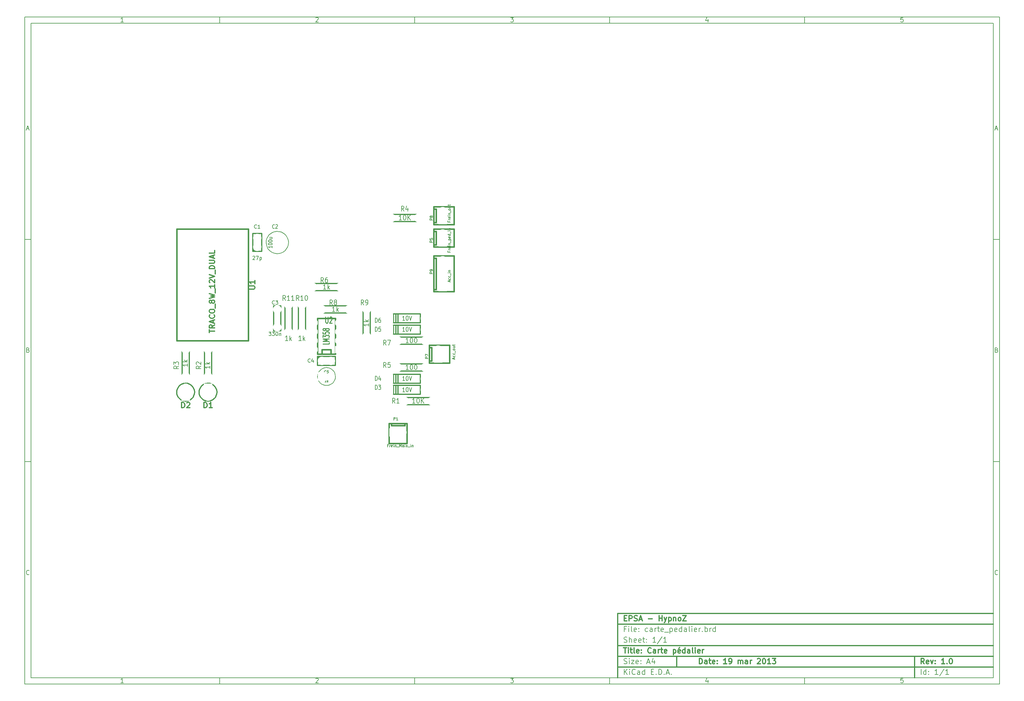
<source format=gto>
G04 (created by PCBNEW-RS274X (2012-01-19 BZR 3256)-stable) date 19/03/2013 14:37:20*
G01*
G70*
G90*
%MOIN*%
G04 Gerber Fmt 3.4, Leading zero omitted, Abs format*
%FSLAX34Y34*%
G04 APERTURE LIST*
%ADD10C,0.006000*%
%ADD11C,0.012000*%
%ADD12C,0.005000*%
%ADD13C,0.015000*%
%ADD14C,0.008000*%
%ADD15C,0.011300*%
%ADD16C,0.010000*%
%ADD17C,0.235000*%
%ADD18R,0.105000X0.105000*%
%ADD19C,0.105000*%
%ADD20C,0.095000*%
%ADD21R,0.095000X0.095000*%
%ADD22C,0.090000*%
%ADD23R,0.110000X0.082000*%
%ADD24O,0.110000X0.082000*%
%ADD25C,0.270000*%
G04 APERTURE END LIST*
G54D10*
X04000Y-04000D02*
X113000Y-04000D01*
X113000Y-78670D01*
X04000Y-78670D01*
X04000Y-04000D01*
X04700Y-04700D02*
X112300Y-04700D01*
X112300Y-77970D01*
X04700Y-77970D01*
X04700Y-04700D01*
X25800Y-04000D02*
X25800Y-04700D01*
X15043Y-04552D02*
X14757Y-04552D01*
X14900Y-04552D02*
X14900Y-04052D01*
X14852Y-04124D01*
X14805Y-04171D01*
X14757Y-04195D01*
X25800Y-78670D02*
X25800Y-77970D01*
X15043Y-78522D02*
X14757Y-78522D01*
X14900Y-78522D02*
X14900Y-78022D01*
X14852Y-78094D01*
X14805Y-78141D01*
X14757Y-78165D01*
X47600Y-04000D02*
X47600Y-04700D01*
X36557Y-04100D02*
X36581Y-04076D01*
X36629Y-04052D01*
X36748Y-04052D01*
X36795Y-04076D01*
X36819Y-04100D01*
X36843Y-04148D01*
X36843Y-04195D01*
X36819Y-04267D01*
X36533Y-04552D01*
X36843Y-04552D01*
X47600Y-78670D02*
X47600Y-77970D01*
X36557Y-78070D02*
X36581Y-78046D01*
X36629Y-78022D01*
X36748Y-78022D01*
X36795Y-78046D01*
X36819Y-78070D01*
X36843Y-78118D01*
X36843Y-78165D01*
X36819Y-78237D01*
X36533Y-78522D01*
X36843Y-78522D01*
X69400Y-04000D02*
X69400Y-04700D01*
X58333Y-04052D02*
X58643Y-04052D01*
X58476Y-04243D01*
X58548Y-04243D01*
X58595Y-04267D01*
X58619Y-04290D01*
X58643Y-04338D01*
X58643Y-04457D01*
X58619Y-04505D01*
X58595Y-04529D01*
X58548Y-04552D01*
X58405Y-04552D01*
X58357Y-04529D01*
X58333Y-04505D01*
X69400Y-78670D02*
X69400Y-77970D01*
X58333Y-78022D02*
X58643Y-78022D01*
X58476Y-78213D01*
X58548Y-78213D01*
X58595Y-78237D01*
X58619Y-78260D01*
X58643Y-78308D01*
X58643Y-78427D01*
X58619Y-78475D01*
X58595Y-78499D01*
X58548Y-78522D01*
X58405Y-78522D01*
X58357Y-78499D01*
X58333Y-78475D01*
X91200Y-04000D02*
X91200Y-04700D01*
X80395Y-04219D02*
X80395Y-04552D01*
X80276Y-04029D02*
X80157Y-04386D01*
X80467Y-04386D01*
X91200Y-78670D02*
X91200Y-77970D01*
X80395Y-78189D02*
X80395Y-78522D01*
X80276Y-77999D02*
X80157Y-78356D01*
X80467Y-78356D01*
X102219Y-04052D02*
X101981Y-04052D01*
X101957Y-04290D01*
X101981Y-04267D01*
X102029Y-04243D01*
X102148Y-04243D01*
X102195Y-04267D01*
X102219Y-04290D01*
X102243Y-04338D01*
X102243Y-04457D01*
X102219Y-04505D01*
X102195Y-04529D01*
X102148Y-04552D01*
X102029Y-04552D01*
X101981Y-04529D01*
X101957Y-04505D01*
X102219Y-78022D02*
X101981Y-78022D01*
X101957Y-78260D01*
X101981Y-78237D01*
X102029Y-78213D01*
X102148Y-78213D01*
X102195Y-78237D01*
X102219Y-78260D01*
X102243Y-78308D01*
X102243Y-78427D01*
X102219Y-78475D01*
X102195Y-78499D01*
X102148Y-78522D01*
X102029Y-78522D01*
X101981Y-78499D01*
X101957Y-78475D01*
X04000Y-28890D02*
X04700Y-28890D01*
X04231Y-16510D02*
X04469Y-16510D01*
X04184Y-16652D02*
X04350Y-16152D01*
X04517Y-16652D01*
X113000Y-28890D02*
X112300Y-28890D01*
X112531Y-16510D02*
X112769Y-16510D01*
X112484Y-16652D02*
X112650Y-16152D01*
X112817Y-16652D01*
X04000Y-53780D02*
X04700Y-53780D01*
X04386Y-41280D02*
X04457Y-41304D01*
X04481Y-41328D01*
X04505Y-41376D01*
X04505Y-41447D01*
X04481Y-41495D01*
X04457Y-41519D01*
X04410Y-41542D01*
X04219Y-41542D01*
X04219Y-41042D01*
X04386Y-41042D01*
X04433Y-41066D01*
X04457Y-41090D01*
X04481Y-41138D01*
X04481Y-41185D01*
X04457Y-41233D01*
X04433Y-41257D01*
X04386Y-41280D01*
X04219Y-41280D01*
X113000Y-53780D02*
X112300Y-53780D01*
X112686Y-41280D02*
X112757Y-41304D01*
X112781Y-41328D01*
X112805Y-41376D01*
X112805Y-41447D01*
X112781Y-41495D01*
X112757Y-41519D01*
X112710Y-41542D01*
X112519Y-41542D01*
X112519Y-41042D01*
X112686Y-41042D01*
X112733Y-41066D01*
X112757Y-41090D01*
X112781Y-41138D01*
X112781Y-41185D01*
X112757Y-41233D01*
X112733Y-41257D01*
X112686Y-41280D01*
X112519Y-41280D01*
X04505Y-66385D02*
X04481Y-66409D01*
X04410Y-66432D01*
X04362Y-66432D01*
X04290Y-66409D01*
X04243Y-66361D01*
X04219Y-66313D01*
X04195Y-66218D01*
X04195Y-66147D01*
X04219Y-66051D01*
X04243Y-66004D01*
X04290Y-65956D01*
X04362Y-65932D01*
X04410Y-65932D01*
X04481Y-65956D01*
X04505Y-65980D01*
X112805Y-66385D02*
X112781Y-66409D01*
X112710Y-66432D01*
X112662Y-66432D01*
X112590Y-66409D01*
X112543Y-66361D01*
X112519Y-66313D01*
X112495Y-66218D01*
X112495Y-66147D01*
X112519Y-66051D01*
X112543Y-66004D01*
X112590Y-65956D01*
X112662Y-65932D01*
X112710Y-65932D01*
X112781Y-65956D01*
X112805Y-65980D01*
G54D11*
X79443Y-76413D02*
X79443Y-75813D01*
X79586Y-75813D01*
X79671Y-75841D01*
X79729Y-75899D01*
X79757Y-75956D01*
X79786Y-76070D01*
X79786Y-76156D01*
X79757Y-76270D01*
X79729Y-76327D01*
X79671Y-76384D01*
X79586Y-76413D01*
X79443Y-76413D01*
X80300Y-76413D02*
X80300Y-76099D01*
X80271Y-76041D01*
X80214Y-76013D01*
X80100Y-76013D01*
X80043Y-76041D01*
X80300Y-76384D02*
X80243Y-76413D01*
X80100Y-76413D01*
X80043Y-76384D01*
X80014Y-76327D01*
X80014Y-76270D01*
X80043Y-76213D01*
X80100Y-76184D01*
X80243Y-76184D01*
X80300Y-76156D01*
X80500Y-76013D02*
X80729Y-76013D01*
X80586Y-75813D02*
X80586Y-76327D01*
X80614Y-76384D01*
X80672Y-76413D01*
X80729Y-76413D01*
X81157Y-76384D02*
X81100Y-76413D01*
X80986Y-76413D01*
X80929Y-76384D01*
X80900Y-76327D01*
X80900Y-76099D01*
X80929Y-76041D01*
X80986Y-76013D01*
X81100Y-76013D01*
X81157Y-76041D01*
X81186Y-76099D01*
X81186Y-76156D01*
X80900Y-76213D01*
X81443Y-76356D02*
X81471Y-76384D01*
X81443Y-76413D01*
X81414Y-76384D01*
X81443Y-76356D01*
X81443Y-76413D01*
X81443Y-76041D02*
X81471Y-76070D01*
X81443Y-76099D01*
X81414Y-76070D01*
X81443Y-76041D01*
X81443Y-76099D01*
X82500Y-76413D02*
X82157Y-76413D01*
X82329Y-76413D02*
X82329Y-75813D01*
X82272Y-75899D01*
X82214Y-75956D01*
X82157Y-75984D01*
X82785Y-76413D02*
X82900Y-76413D01*
X82957Y-76384D01*
X82985Y-76356D01*
X83043Y-76270D01*
X83071Y-76156D01*
X83071Y-75927D01*
X83043Y-75870D01*
X83014Y-75841D01*
X82957Y-75813D01*
X82843Y-75813D01*
X82785Y-75841D01*
X82757Y-75870D01*
X82728Y-75927D01*
X82728Y-76070D01*
X82757Y-76127D01*
X82785Y-76156D01*
X82843Y-76184D01*
X82957Y-76184D01*
X83014Y-76156D01*
X83043Y-76127D01*
X83071Y-76070D01*
X83785Y-76413D02*
X83785Y-76013D01*
X83785Y-76070D02*
X83813Y-76041D01*
X83871Y-76013D01*
X83956Y-76013D01*
X84013Y-76041D01*
X84042Y-76099D01*
X84042Y-76413D01*
X84042Y-76099D02*
X84071Y-76041D01*
X84128Y-76013D01*
X84213Y-76013D01*
X84271Y-76041D01*
X84299Y-76099D01*
X84299Y-76413D01*
X84842Y-76413D02*
X84842Y-76099D01*
X84813Y-76041D01*
X84756Y-76013D01*
X84642Y-76013D01*
X84585Y-76041D01*
X84842Y-76384D02*
X84785Y-76413D01*
X84642Y-76413D01*
X84585Y-76384D01*
X84556Y-76327D01*
X84556Y-76270D01*
X84585Y-76213D01*
X84642Y-76184D01*
X84785Y-76184D01*
X84842Y-76156D01*
X85128Y-76413D02*
X85128Y-76013D01*
X85128Y-76127D02*
X85156Y-76070D01*
X85185Y-76041D01*
X85242Y-76013D01*
X85299Y-76013D01*
X85927Y-75870D02*
X85956Y-75841D01*
X86013Y-75813D01*
X86156Y-75813D01*
X86213Y-75841D01*
X86242Y-75870D01*
X86270Y-75927D01*
X86270Y-75984D01*
X86242Y-76070D01*
X85899Y-76413D01*
X86270Y-76413D01*
X86641Y-75813D02*
X86698Y-75813D01*
X86755Y-75841D01*
X86784Y-75870D01*
X86813Y-75927D01*
X86841Y-76041D01*
X86841Y-76184D01*
X86813Y-76299D01*
X86784Y-76356D01*
X86755Y-76384D01*
X86698Y-76413D01*
X86641Y-76413D01*
X86584Y-76384D01*
X86555Y-76356D01*
X86527Y-76299D01*
X86498Y-76184D01*
X86498Y-76041D01*
X86527Y-75927D01*
X86555Y-75870D01*
X86584Y-75841D01*
X86641Y-75813D01*
X87412Y-76413D02*
X87069Y-76413D01*
X87241Y-76413D02*
X87241Y-75813D01*
X87184Y-75899D01*
X87126Y-75956D01*
X87069Y-75984D01*
X87612Y-75813D02*
X87983Y-75813D01*
X87783Y-76041D01*
X87869Y-76041D01*
X87926Y-76070D01*
X87955Y-76099D01*
X87983Y-76156D01*
X87983Y-76299D01*
X87955Y-76356D01*
X87926Y-76384D01*
X87869Y-76413D01*
X87697Y-76413D01*
X87640Y-76384D01*
X87612Y-76356D01*
G54D10*
X71043Y-77613D02*
X71043Y-77013D01*
X71386Y-77613D02*
X71129Y-77270D01*
X71386Y-77013D02*
X71043Y-77356D01*
X71643Y-77613D02*
X71643Y-77213D01*
X71643Y-77013D02*
X71614Y-77041D01*
X71643Y-77070D01*
X71671Y-77041D01*
X71643Y-77013D01*
X71643Y-77070D01*
X72272Y-77556D02*
X72243Y-77584D01*
X72157Y-77613D01*
X72100Y-77613D01*
X72015Y-77584D01*
X71957Y-77527D01*
X71929Y-77470D01*
X71900Y-77356D01*
X71900Y-77270D01*
X71929Y-77156D01*
X71957Y-77099D01*
X72015Y-77041D01*
X72100Y-77013D01*
X72157Y-77013D01*
X72243Y-77041D01*
X72272Y-77070D01*
X72786Y-77613D02*
X72786Y-77299D01*
X72757Y-77241D01*
X72700Y-77213D01*
X72586Y-77213D01*
X72529Y-77241D01*
X72786Y-77584D02*
X72729Y-77613D01*
X72586Y-77613D01*
X72529Y-77584D01*
X72500Y-77527D01*
X72500Y-77470D01*
X72529Y-77413D01*
X72586Y-77384D01*
X72729Y-77384D01*
X72786Y-77356D01*
X73329Y-77613D02*
X73329Y-77013D01*
X73329Y-77584D02*
X73272Y-77613D01*
X73158Y-77613D01*
X73100Y-77584D01*
X73072Y-77556D01*
X73043Y-77499D01*
X73043Y-77327D01*
X73072Y-77270D01*
X73100Y-77241D01*
X73158Y-77213D01*
X73272Y-77213D01*
X73329Y-77241D01*
X74072Y-77299D02*
X74272Y-77299D01*
X74358Y-77613D02*
X74072Y-77613D01*
X74072Y-77013D01*
X74358Y-77013D01*
X74615Y-77556D02*
X74643Y-77584D01*
X74615Y-77613D01*
X74586Y-77584D01*
X74615Y-77556D01*
X74615Y-77613D01*
X74901Y-77613D02*
X74901Y-77013D01*
X75044Y-77013D01*
X75129Y-77041D01*
X75187Y-77099D01*
X75215Y-77156D01*
X75244Y-77270D01*
X75244Y-77356D01*
X75215Y-77470D01*
X75187Y-77527D01*
X75129Y-77584D01*
X75044Y-77613D01*
X74901Y-77613D01*
X75501Y-77556D02*
X75529Y-77584D01*
X75501Y-77613D01*
X75472Y-77584D01*
X75501Y-77556D01*
X75501Y-77613D01*
X75758Y-77441D02*
X76044Y-77441D01*
X75701Y-77613D02*
X75901Y-77013D01*
X76101Y-77613D01*
X76301Y-77556D02*
X76329Y-77584D01*
X76301Y-77613D01*
X76272Y-77584D01*
X76301Y-77556D01*
X76301Y-77613D01*
G54D11*
X104586Y-76413D02*
X104386Y-76127D01*
X104243Y-76413D02*
X104243Y-75813D01*
X104471Y-75813D01*
X104529Y-75841D01*
X104557Y-75870D01*
X104586Y-75927D01*
X104586Y-76013D01*
X104557Y-76070D01*
X104529Y-76099D01*
X104471Y-76127D01*
X104243Y-76127D01*
X105071Y-76384D02*
X105014Y-76413D01*
X104900Y-76413D01*
X104843Y-76384D01*
X104814Y-76327D01*
X104814Y-76099D01*
X104843Y-76041D01*
X104900Y-76013D01*
X105014Y-76013D01*
X105071Y-76041D01*
X105100Y-76099D01*
X105100Y-76156D01*
X104814Y-76213D01*
X105300Y-76013D02*
X105443Y-76413D01*
X105585Y-76013D01*
X105814Y-76356D02*
X105842Y-76384D01*
X105814Y-76413D01*
X105785Y-76384D01*
X105814Y-76356D01*
X105814Y-76413D01*
X105814Y-76041D02*
X105842Y-76070D01*
X105814Y-76099D01*
X105785Y-76070D01*
X105814Y-76041D01*
X105814Y-76099D01*
X106871Y-76413D02*
X106528Y-76413D01*
X106700Y-76413D02*
X106700Y-75813D01*
X106643Y-75899D01*
X106585Y-75956D01*
X106528Y-75984D01*
X107128Y-76356D02*
X107156Y-76384D01*
X107128Y-76413D01*
X107099Y-76384D01*
X107128Y-76356D01*
X107128Y-76413D01*
X107528Y-75813D02*
X107585Y-75813D01*
X107642Y-75841D01*
X107671Y-75870D01*
X107700Y-75927D01*
X107728Y-76041D01*
X107728Y-76184D01*
X107700Y-76299D01*
X107671Y-76356D01*
X107642Y-76384D01*
X107585Y-76413D01*
X107528Y-76413D01*
X107471Y-76384D01*
X107442Y-76356D01*
X107414Y-76299D01*
X107385Y-76184D01*
X107385Y-76041D01*
X107414Y-75927D01*
X107442Y-75870D01*
X107471Y-75841D01*
X107528Y-75813D01*
G54D10*
X71014Y-76384D02*
X71100Y-76413D01*
X71243Y-76413D01*
X71300Y-76384D01*
X71329Y-76356D01*
X71357Y-76299D01*
X71357Y-76241D01*
X71329Y-76184D01*
X71300Y-76156D01*
X71243Y-76127D01*
X71129Y-76099D01*
X71071Y-76070D01*
X71043Y-76041D01*
X71014Y-75984D01*
X71014Y-75927D01*
X71043Y-75870D01*
X71071Y-75841D01*
X71129Y-75813D01*
X71271Y-75813D01*
X71357Y-75841D01*
X71614Y-76413D02*
X71614Y-76013D01*
X71614Y-75813D02*
X71585Y-75841D01*
X71614Y-75870D01*
X71642Y-75841D01*
X71614Y-75813D01*
X71614Y-75870D01*
X71843Y-76013D02*
X72157Y-76013D01*
X71843Y-76413D01*
X72157Y-76413D01*
X72614Y-76384D02*
X72557Y-76413D01*
X72443Y-76413D01*
X72386Y-76384D01*
X72357Y-76327D01*
X72357Y-76099D01*
X72386Y-76041D01*
X72443Y-76013D01*
X72557Y-76013D01*
X72614Y-76041D01*
X72643Y-76099D01*
X72643Y-76156D01*
X72357Y-76213D01*
X72900Y-76356D02*
X72928Y-76384D01*
X72900Y-76413D01*
X72871Y-76384D01*
X72900Y-76356D01*
X72900Y-76413D01*
X72900Y-76041D02*
X72928Y-76070D01*
X72900Y-76099D01*
X72871Y-76070D01*
X72900Y-76041D01*
X72900Y-76099D01*
X73614Y-76241D02*
X73900Y-76241D01*
X73557Y-76413D02*
X73757Y-75813D01*
X73957Y-76413D01*
X74414Y-76013D02*
X74414Y-76413D01*
X74271Y-75784D02*
X74128Y-76213D01*
X74500Y-76213D01*
X104243Y-77613D02*
X104243Y-77013D01*
X104786Y-77613D02*
X104786Y-77013D01*
X104786Y-77584D02*
X104729Y-77613D01*
X104615Y-77613D01*
X104557Y-77584D01*
X104529Y-77556D01*
X104500Y-77499D01*
X104500Y-77327D01*
X104529Y-77270D01*
X104557Y-77241D01*
X104615Y-77213D01*
X104729Y-77213D01*
X104786Y-77241D01*
X105072Y-77556D02*
X105100Y-77584D01*
X105072Y-77613D01*
X105043Y-77584D01*
X105072Y-77556D01*
X105072Y-77613D01*
X105072Y-77241D02*
X105100Y-77270D01*
X105072Y-77299D01*
X105043Y-77270D01*
X105072Y-77241D01*
X105072Y-77299D01*
X106129Y-77613D02*
X105786Y-77613D01*
X105958Y-77613D02*
X105958Y-77013D01*
X105901Y-77099D01*
X105843Y-77156D01*
X105786Y-77184D01*
X106814Y-76984D02*
X106300Y-77756D01*
X107329Y-77613D02*
X106986Y-77613D01*
X107158Y-77613D02*
X107158Y-77013D01*
X107101Y-77099D01*
X107043Y-77156D01*
X106986Y-77184D01*
G54D11*
X70957Y-74613D02*
X71300Y-74613D01*
X71129Y-75213D02*
X71129Y-74613D01*
X71500Y-75213D02*
X71500Y-74813D01*
X71500Y-74613D02*
X71471Y-74641D01*
X71500Y-74670D01*
X71528Y-74641D01*
X71500Y-74613D01*
X71500Y-74670D01*
X71700Y-74813D02*
X71929Y-74813D01*
X71786Y-74613D02*
X71786Y-75127D01*
X71814Y-75184D01*
X71872Y-75213D01*
X71929Y-75213D01*
X72215Y-75213D02*
X72157Y-75184D01*
X72129Y-75127D01*
X72129Y-74613D01*
X72671Y-75184D02*
X72614Y-75213D01*
X72500Y-75213D01*
X72443Y-75184D01*
X72414Y-75127D01*
X72414Y-74899D01*
X72443Y-74841D01*
X72500Y-74813D01*
X72614Y-74813D01*
X72671Y-74841D01*
X72700Y-74899D01*
X72700Y-74956D01*
X72414Y-75013D01*
X72957Y-75156D02*
X72985Y-75184D01*
X72957Y-75213D01*
X72928Y-75184D01*
X72957Y-75156D01*
X72957Y-75213D01*
X72957Y-74841D02*
X72985Y-74870D01*
X72957Y-74899D01*
X72928Y-74870D01*
X72957Y-74841D01*
X72957Y-74899D01*
X74043Y-75156D02*
X74014Y-75184D01*
X73928Y-75213D01*
X73871Y-75213D01*
X73786Y-75184D01*
X73728Y-75127D01*
X73700Y-75070D01*
X73671Y-74956D01*
X73671Y-74870D01*
X73700Y-74756D01*
X73728Y-74699D01*
X73786Y-74641D01*
X73871Y-74613D01*
X73928Y-74613D01*
X74014Y-74641D01*
X74043Y-74670D01*
X74557Y-75213D02*
X74557Y-74899D01*
X74528Y-74841D01*
X74471Y-74813D01*
X74357Y-74813D01*
X74300Y-74841D01*
X74557Y-75184D02*
X74500Y-75213D01*
X74357Y-75213D01*
X74300Y-75184D01*
X74271Y-75127D01*
X74271Y-75070D01*
X74300Y-75013D01*
X74357Y-74984D01*
X74500Y-74984D01*
X74557Y-74956D01*
X74843Y-75213D02*
X74843Y-74813D01*
X74843Y-74927D02*
X74871Y-74870D01*
X74900Y-74841D01*
X74957Y-74813D01*
X75014Y-74813D01*
X75128Y-74813D02*
X75357Y-74813D01*
X75214Y-74613D02*
X75214Y-75127D01*
X75242Y-75184D01*
X75300Y-75213D01*
X75357Y-75213D01*
X75785Y-75184D02*
X75728Y-75213D01*
X75614Y-75213D01*
X75557Y-75184D01*
X75528Y-75127D01*
X75528Y-74899D01*
X75557Y-74841D01*
X75614Y-74813D01*
X75728Y-74813D01*
X75785Y-74841D01*
X75814Y-74899D01*
X75814Y-74956D01*
X75528Y-75013D01*
X76528Y-74813D02*
X76528Y-75413D01*
X76528Y-74841D02*
X76585Y-74813D01*
X76699Y-74813D01*
X76756Y-74841D01*
X76785Y-74870D01*
X76814Y-74927D01*
X76814Y-75099D01*
X76785Y-75156D01*
X76756Y-75184D01*
X76699Y-75213D01*
X76585Y-75213D01*
X76528Y-75184D01*
X77299Y-75184D02*
X77242Y-75213D01*
X77128Y-75213D01*
X77071Y-75184D01*
X77042Y-75127D01*
X77042Y-74899D01*
X77071Y-74841D01*
X77128Y-74813D01*
X77242Y-74813D01*
X77299Y-74841D01*
X77328Y-74899D01*
X77328Y-74956D01*
X77042Y-75013D01*
X77242Y-74584D02*
X77157Y-74670D01*
X77842Y-75213D02*
X77842Y-74613D01*
X77842Y-75184D02*
X77785Y-75213D01*
X77671Y-75213D01*
X77613Y-75184D01*
X77585Y-75156D01*
X77556Y-75099D01*
X77556Y-74927D01*
X77585Y-74870D01*
X77613Y-74841D01*
X77671Y-74813D01*
X77785Y-74813D01*
X77842Y-74841D01*
X78385Y-75213D02*
X78385Y-74899D01*
X78356Y-74841D01*
X78299Y-74813D01*
X78185Y-74813D01*
X78128Y-74841D01*
X78385Y-75184D02*
X78328Y-75213D01*
X78185Y-75213D01*
X78128Y-75184D01*
X78099Y-75127D01*
X78099Y-75070D01*
X78128Y-75013D01*
X78185Y-74984D01*
X78328Y-74984D01*
X78385Y-74956D01*
X78757Y-75213D02*
X78699Y-75184D01*
X78671Y-75127D01*
X78671Y-74613D01*
X78985Y-75213D02*
X78985Y-74813D01*
X78985Y-74613D02*
X78956Y-74641D01*
X78985Y-74670D01*
X79013Y-74641D01*
X78985Y-74613D01*
X78985Y-74670D01*
X79499Y-75184D02*
X79442Y-75213D01*
X79328Y-75213D01*
X79271Y-75184D01*
X79242Y-75127D01*
X79242Y-74899D01*
X79271Y-74841D01*
X79328Y-74813D01*
X79442Y-74813D01*
X79499Y-74841D01*
X79528Y-74899D01*
X79528Y-74956D01*
X79242Y-75013D01*
X79785Y-75213D02*
X79785Y-74813D01*
X79785Y-74927D02*
X79813Y-74870D01*
X79842Y-74841D01*
X79899Y-74813D01*
X79956Y-74813D01*
G54D10*
X71243Y-72499D02*
X71043Y-72499D01*
X71043Y-72813D02*
X71043Y-72213D01*
X71329Y-72213D01*
X71557Y-72813D02*
X71557Y-72413D01*
X71557Y-72213D02*
X71528Y-72241D01*
X71557Y-72270D01*
X71585Y-72241D01*
X71557Y-72213D01*
X71557Y-72270D01*
X71929Y-72813D02*
X71871Y-72784D01*
X71843Y-72727D01*
X71843Y-72213D01*
X72385Y-72784D02*
X72328Y-72813D01*
X72214Y-72813D01*
X72157Y-72784D01*
X72128Y-72727D01*
X72128Y-72499D01*
X72157Y-72441D01*
X72214Y-72413D01*
X72328Y-72413D01*
X72385Y-72441D01*
X72414Y-72499D01*
X72414Y-72556D01*
X72128Y-72613D01*
X72671Y-72756D02*
X72699Y-72784D01*
X72671Y-72813D01*
X72642Y-72784D01*
X72671Y-72756D01*
X72671Y-72813D01*
X72671Y-72441D02*
X72699Y-72470D01*
X72671Y-72499D01*
X72642Y-72470D01*
X72671Y-72441D01*
X72671Y-72499D01*
X73671Y-72784D02*
X73614Y-72813D01*
X73500Y-72813D01*
X73442Y-72784D01*
X73414Y-72756D01*
X73385Y-72699D01*
X73385Y-72527D01*
X73414Y-72470D01*
X73442Y-72441D01*
X73500Y-72413D01*
X73614Y-72413D01*
X73671Y-72441D01*
X74185Y-72813D02*
X74185Y-72499D01*
X74156Y-72441D01*
X74099Y-72413D01*
X73985Y-72413D01*
X73928Y-72441D01*
X74185Y-72784D02*
X74128Y-72813D01*
X73985Y-72813D01*
X73928Y-72784D01*
X73899Y-72727D01*
X73899Y-72670D01*
X73928Y-72613D01*
X73985Y-72584D01*
X74128Y-72584D01*
X74185Y-72556D01*
X74471Y-72813D02*
X74471Y-72413D01*
X74471Y-72527D02*
X74499Y-72470D01*
X74528Y-72441D01*
X74585Y-72413D01*
X74642Y-72413D01*
X74756Y-72413D02*
X74985Y-72413D01*
X74842Y-72213D02*
X74842Y-72727D01*
X74870Y-72784D01*
X74928Y-72813D01*
X74985Y-72813D01*
X75413Y-72784D02*
X75356Y-72813D01*
X75242Y-72813D01*
X75185Y-72784D01*
X75156Y-72727D01*
X75156Y-72499D01*
X75185Y-72441D01*
X75242Y-72413D01*
X75356Y-72413D01*
X75413Y-72441D01*
X75442Y-72499D01*
X75442Y-72556D01*
X75156Y-72613D01*
X75556Y-72870D02*
X76013Y-72870D01*
X76156Y-72413D02*
X76156Y-73013D01*
X76156Y-72441D02*
X76213Y-72413D01*
X76327Y-72413D01*
X76384Y-72441D01*
X76413Y-72470D01*
X76442Y-72527D01*
X76442Y-72699D01*
X76413Y-72756D01*
X76384Y-72784D01*
X76327Y-72813D01*
X76213Y-72813D01*
X76156Y-72784D01*
X76927Y-72784D02*
X76870Y-72813D01*
X76756Y-72813D01*
X76699Y-72784D01*
X76670Y-72727D01*
X76670Y-72499D01*
X76699Y-72441D01*
X76756Y-72413D01*
X76870Y-72413D01*
X76927Y-72441D01*
X76956Y-72499D01*
X76956Y-72556D01*
X76670Y-72613D01*
X77470Y-72813D02*
X77470Y-72213D01*
X77470Y-72784D02*
X77413Y-72813D01*
X77299Y-72813D01*
X77241Y-72784D01*
X77213Y-72756D01*
X77184Y-72699D01*
X77184Y-72527D01*
X77213Y-72470D01*
X77241Y-72441D01*
X77299Y-72413D01*
X77413Y-72413D01*
X77470Y-72441D01*
X78013Y-72813D02*
X78013Y-72499D01*
X77984Y-72441D01*
X77927Y-72413D01*
X77813Y-72413D01*
X77756Y-72441D01*
X78013Y-72784D02*
X77956Y-72813D01*
X77813Y-72813D01*
X77756Y-72784D01*
X77727Y-72727D01*
X77727Y-72670D01*
X77756Y-72613D01*
X77813Y-72584D01*
X77956Y-72584D01*
X78013Y-72556D01*
X78385Y-72813D02*
X78327Y-72784D01*
X78299Y-72727D01*
X78299Y-72213D01*
X78613Y-72813D02*
X78613Y-72413D01*
X78613Y-72213D02*
X78584Y-72241D01*
X78613Y-72270D01*
X78641Y-72241D01*
X78613Y-72213D01*
X78613Y-72270D01*
X79127Y-72784D02*
X79070Y-72813D01*
X78956Y-72813D01*
X78899Y-72784D01*
X78870Y-72727D01*
X78870Y-72499D01*
X78899Y-72441D01*
X78956Y-72413D01*
X79070Y-72413D01*
X79127Y-72441D01*
X79156Y-72499D01*
X79156Y-72556D01*
X78870Y-72613D01*
X79413Y-72813D02*
X79413Y-72413D01*
X79413Y-72527D02*
X79441Y-72470D01*
X79470Y-72441D01*
X79527Y-72413D01*
X79584Y-72413D01*
X79784Y-72756D02*
X79812Y-72784D01*
X79784Y-72813D01*
X79755Y-72784D01*
X79784Y-72756D01*
X79784Y-72813D01*
X80070Y-72813D02*
X80070Y-72213D01*
X80070Y-72441D02*
X80127Y-72413D01*
X80241Y-72413D01*
X80298Y-72441D01*
X80327Y-72470D01*
X80356Y-72527D01*
X80356Y-72699D01*
X80327Y-72756D01*
X80298Y-72784D01*
X80241Y-72813D01*
X80127Y-72813D01*
X80070Y-72784D01*
X80613Y-72813D02*
X80613Y-72413D01*
X80613Y-72527D02*
X80641Y-72470D01*
X80670Y-72441D01*
X80727Y-72413D01*
X80784Y-72413D01*
X81241Y-72813D02*
X81241Y-72213D01*
X81241Y-72784D02*
X81184Y-72813D01*
X81070Y-72813D01*
X81012Y-72784D01*
X80984Y-72756D01*
X80955Y-72699D01*
X80955Y-72527D01*
X80984Y-72470D01*
X81012Y-72441D01*
X81070Y-72413D01*
X81184Y-72413D01*
X81241Y-72441D01*
X71014Y-73984D02*
X71100Y-74013D01*
X71243Y-74013D01*
X71300Y-73984D01*
X71329Y-73956D01*
X71357Y-73899D01*
X71357Y-73841D01*
X71329Y-73784D01*
X71300Y-73756D01*
X71243Y-73727D01*
X71129Y-73699D01*
X71071Y-73670D01*
X71043Y-73641D01*
X71014Y-73584D01*
X71014Y-73527D01*
X71043Y-73470D01*
X71071Y-73441D01*
X71129Y-73413D01*
X71271Y-73413D01*
X71357Y-73441D01*
X71614Y-74013D02*
X71614Y-73413D01*
X71871Y-74013D02*
X71871Y-73699D01*
X71842Y-73641D01*
X71785Y-73613D01*
X71700Y-73613D01*
X71642Y-73641D01*
X71614Y-73670D01*
X72385Y-73984D02*
X72328Y-74013D01*
X72214Y-74013D01*
X72157Y-73984D01*
X72128Y-73927D01*
X72128Y-73699D01*
X72157Y-73641D01*
X72214Y-73613D01*
X72328Y-73613D01*
X72385Y-73641D01*
X72414Y-73699D01*
X72414Y-73756D01*
X72128Y-73813D01*
X72899Y-73984D02*
X72842Y-74013D01*
X72728Y-74013D01*
X72671Y-73984D01*
X72642Y-73927D01*
X72642Y-73699D01*
X72671Y-73641D01*
X72728Y-73613D01*
X72842Y-73613D01*
X72899Y-73641D01*
X72928Y-73699D01*
X72928Y-73756D01*
X72642Y-73813D01*
X73099Y-73613D02*
X73328Y-73613D01*
X73185Y-73413D02*
X73185Y-73927D01*
X73213Y-73984D01*
X73271Y-74013D01*
X73328Y-74013D01*
X73528Y-73956D02*
X73556Y-73984D01*
X73528Y-74013D01*
X73499Y-73984D01*
X73528Y-73956D01*
X73528Y-74013D01*
X73528Y-73641D02*
X73556Y-73670D01*
X73528Y-73699D01*
X73499Y-73670D01*
X73528Y-73641D01*
X73528Y-73699D01*
X74585Y-74013D02*
X74242Y-74013D01*
X74414Y-74013D02*
X74414Y-73413D01*
X74357Y-73499D01*
X74299Y-73556D01*
X74242Y-73584D01*
X75270Y-73384D02*
X74756Y-74156D01*
X75785Y-74013D02*
X75442Y-74013D01*
X75614Y-74013D02*
X75614Y-73413D01*
X75557Y-73499D01*
X75499Y-73556D01*
X75442Y-73584D01*
G54D11*
X71043Y-71299D02*
X71243Y-71299D01*
X71329Y-71613D02*
X71043Y-71613D01*
X71043Y-71013D01*
X71329Y-71013D01*
X71586Y-71613D02*
X71586Y-71013D01*
X71814Y-71013D01*
X71872Y-71041D01*
X71900Y-71070D01*
X71929Y-71127D01*
X71929Y-71213D01*
X71900Y-71270D01*
X71872Y-71299D01*
X71814Y-71327D01*
X71586Y-71327D01*
X72157Y-71584D02*
X72243Y-71613D01*
X72386Y-71613D01*
X72443Y-71584D01*
X72472Y-71556D01*
X72500Y-71499D01*
X72500Y-71441D01*
X72472Y-71384D01*
X72443Y-71356D01*
X72386Y-71327D01*
X72272Y-71299D01*
X72214Y-71270D01*
X72186Y-71241D01*
X72157Y-71184D01*
X72157Y-71127D01*
X72186Y-71070D01*
X72214Y-71041D01*
X72272Y-71013D01*
X72414Y-71013D01*
X72500Y-71041D01*
X72728Y-71441D02*
X73014Y-71441D01*
X72671Y-71613D02*
X72871Y-71013D01*
X73071Y-71613D01*
X73728Y-71384D02*
X74185Y-71384D01*
X74928Y-71613D02*
X74928Y-71013D01*
X74928Y-71299D02*
X75271Y-71299D01*
X75271Y-71613D02*
X75271Y-71013D01*
X75500Y-71213D02*
X75643Y-71613D01*
X75785Y-71213D02*
X75643Y-71613D01*
X75585Y-71756D01*
X75557Y-71784D01*
X75500Y-71813D01*
X76014Y-71213D02*
X76014Y-71813D01*
X76014Y-71241D02*
X76071Y-71213D01*
X76185Y-71213D01*
X76242Y-71241D01*
X76271Y-71270D01*
X76300Y-71327D01*
X76300Y-71499D01*
X76271Y-71556D01*
X76242Y-71584D01*
X76185Y-71613D01*
X76071Y-71613D01*
X76014Y-71584D01*
X76557Y-71213D02*
X76557Y-71613D01*
X76557Y-71270D02*
X76585Y-71241D01*
X76643Y-71213D01*
X76728Y-71213D01*
X76785Y-71241D01*
X76814Y-71299D01*
X76814Y-71613D01*
X77186Y-71613D02*
X77128Y-71584D01*
X77100Y-71556D01*
X77071Y-71499D01*
X77071Y-71327D01*
X77100Y-71270D01*
X77128Y-71241D01*
X77186Y-71213D01*
X77271Y-71213D01*
X77328Y-71241D01*
X77357Y-71270D01*
X77386Y-71327D01*
X77386Y-71499D01*
X77357Y-71556D01*
X77328Y-71584D01*
X77271Y-71613D01*
X77186Y-71613D01*
X77586Y-71013D02*
X77986Y-71013D01*
X77586Y-71613D01*
X77986Y-71613D01*
X70300Y-70770D02*
X70300Y-77970D01*
X70300Y-71970D02*
X112300Y-71970D01*
X70300Y-70770D02*
X112300Y-70770D01*
X70300Y-74370D02*
X112300Y-74370D01*
X103500Y-75570D02*
X103500Y-77970D01*
X70300Y-76770D02*
X112300Y-76770D01*
X70300Y-75570D02*
X112300Y-75570D01*
X76900Y-75570D02*
X76900Y-76770D01*
X36770Y-42000D02*
X38750Y-42000D01*
X38750Y-42000D02*
X38750Y-43000D01*
X38750Y-43000D02*
X36750Y-43000D01*
X36750Y-43000D02*
X36750Y-42000D01*
X36750Y-42250D02*
X37000Y-42000D01*
X29500Y-30230D02*
X29500Y-28250D01*
X29500Y-28250D02*
X30500Y-28250D01*
X30500Y-28250D02*
X30500Y-30250D01*
X30500Y-30250D02*
X29500Y-30250D01*
X29750Y-30250D02*
X29500Y-30000D01*
G54D12*
X38751Y-44250D02*
X38731Y-44444D01*
X38675Y-44631D01*
X38583Y-44803D01*
X38460Y-44955D01*
X38309Y-45079D01*
X38137Y-45172D01*
X37951Y-45230D01*
X37756Y-45250D01*
X37563Y-45233D01*
X37376Y-45178D01*
X37202Y-45087D01*
X37050Y-44965D01*
X36925Y-44815D01*
X36830Y-44644D01*
X36771Y-44458D01*
X36750Y-44263D01*
X36766Y-44070D01*
X36820Y-43882D01*
X36909Y-43708D01*
X37030Y-43555D01*
X37179Y-43429D01*
X37350Y-43333D01*
X37536Y-43273D01*
X37730Y-43250D01*
X37923Y-43265D01*
X38111Y-43317D01*
X38286Y-43405D01*
X38440Y-43526D01*
X38567Y-43673D01*
X38664Y-43843D01*
X38726Y-44029D01*
X38750Y-44223D01*
X38751Y-44250D01*
X33500Y-29250D02*
X33476Y-29492D01*
X33405Y-29726D01*
X33291Y-29941D01*
X33136Y-30130D01*
X32948Y-30286D01*
X32734Y-30402D01*
X32501Y-30474D01*
X32258Y-30499D01*
X32016Y-30477D01*
X31782Y-30408D01*
X31566Y-30295D01*
X31376Y-30143D01*
X31219Y-29956D01*
X31102Y-29742D01*
X31028Y-29509D01*
X31001Y-29267D01*
X31021Y-29025D01*
X31088Y-28790D01*
X31200Y-28573D01*
X31351Y-28382D01*
X31537Y-28224D01*
X31750Y-28105D01*
X31982Y-28030D01*
X32224Y-28001D01*
X32467Y-28019D01*
X32702Y-28085D01*
X32919Y-28195D01*
X33112Y-28345D01*
X33271Y-28530D01*
X33391Y-28742D01*
X33468Y-28974D01*
X33499Y-29216D01*
X33500Y-29250D01*
G54D11*
X31850Y-39150D02*
X31850Y-36350D01*
X31850Y-36350D02*
X32650Y-36350D01*
X32650Y-36350D02*
X32650Y-39150D01*
X32650Y-39150D02*
X31850Y-39150D01*
X32050Y-39150D02*
X31850Y-38950D01*
X48250Y-38250D02*
X45250Y-38250D01*
X45250Y-38250D02*
X45250Y-37250D01*
X45250Y-37250D02*
X48250Y-37250D01*
X48250Y-37250D02*
X48250Y-38250D01*
X45500Y-38250D02*
X45500Y-37250D01*
X45750Y-37250D02*
X45750Y-38250D01*
X48250Y-37750D02*
X48750Y-37750D01*
X45250Y-37750D02*
X44750Y-37750D01*
X48250Y-46250D02*
X45250Y-46250D01*
X45250Y-46250D02*
X45250Y-45250D01*
X45250Y-45250D02*
X48250Y-45250D01*
X48250Y-45250D02*
X48250Y-46250D01*
X45500Y-46250D02*
X45500Y-45250D01*
X45750Y-45250D02*
X45750Y-46250D01*
X48250Y-45750D02*
X48750Y-45750D01*
X45250Y-45750D02*
X44750Y-45750D01*
X48250Y-39500D02*
X45250Y-39500D01*
X45250Y-39500D02*
X45250Y-38500D01*
X45250Y-38500D02*
X48250Y-38500D01*
X48250Y-38500D02*
X48250Y-39500D01*
X45500Y-39500D02*
X45500Y-38500D01*
X45750Y-38500D02*
X45750Y-39500D01*
X48250Y-39000D02*
X48750Y-39000D01*
X45250Y-39000D02*
X44750Y-39000D01*
X48250Y-45000D02*
X45250Y-45000D01*
X45250Y-45000D02*
X45250Y-44000D01*
X45250Y-44000D02*
X48250Y-44000D01*
X48250Y-44000D02*
X48250Y-45000D01*
X45500Y-45000D02*
X45500Y-44000D01*
X45750Y-44000D02*
X45750Y-45000D01*
X48250Y-44500D02*
X48750Y-44500D01*
X45250Y-44500D02*
X44750Y-44500D01*
G54D13*
X49750Y-29500D02*
X50000Y-29500D01*
X50000Y-29500D02*
X50000Y-28000D01*
X50000Y-28000D02*
X49750Y-28000D01*
X49750Y-29750D02*
X52000Y-29750D01*
X52000Y-29750D02*
X52000Y-27750D01*
X52000Y-27750D02*
X49750Y-27750D01*
X49750Y-27750D02*
X49750Y-29750D01*
G54D10*
X51250Y-29750D02*
X50250Y-29750D01*
X50250Y-27750D02*
X51250Y-27750D01*
G54D13*
X49750Y-27000D02*
X50000Y-27000D01*
X50000Y-27000D02*
X50000Y-25500D01*
X50000Y-25500D02*
X49750Y-25500D01*
X49750Y-27250D02*
X52000Y-27250D01*
X52000Y-27250D02*
X52000Y-25250D01*
X52000Y-25250D02*
X49750Y-25250D01*
X49750Y-25250D02*
X49750Y-27250D01*
G54D10*
X51250Y-27250D02*
X50250Y-27250D01*
X50250Y-25250D02*
X51250Y-25250D01*
G54D13*
X45000Y-49500D02*
X45000Y-49750D01*
X45000Y-49750D02*
X46500Y-49750D01*
X46500Y-49750D02*
X46500Y-49500D01*
X44750Y-49500D02*
X44750Y-51750D01*
X44750Y-51750D02*
X46750Y-51750D01*
X46750Y-51750D02*
X46750Y-49500D01*
X46750Y-49500D02*
X44750Y-49500D01*
G54D10*
X44750Y-51000D02*
X44750Y-50000D01*
X46750Y-50000D02*
X46750Y-51000D01*
G54D13*
X49250Y-42500D02*
X49500Y-42500D01*
X49500Y-42500D02*
X49500Y-41000D01*
X49500Y-41000D02*
X49250Y-41000D01*
X49250Y-42750D02*
X51500Y-42750D01*
X51500Y-42750D02*
X51500Y-40750D01*
X51500Y-40750D02*
X49250Y-40750D01*
X49250Y-40750D02*
X49250Y-42750D01*
G54D10*
X50750Y-42750D02*
X49750Y-42750D01*
X49750Y-40750D02*
X50750Y-40750D01*
G54D13*
X52000Y-30750D02*
X49750Y-30750D01*
X49750Y-34750D02*
X52000Y-34750D01*
X50000Y-31000D02*
X50000Y-33000D01*
X49750Y-30750D02*
X49750Y-32750D01*
X52000Y-32750D02*
X52000Y-30750D01*
X50000Y-31000D02*
X49750Y-31000D01*
X49750Y-34500D02*
X50000Y-34500D01*
X50000Y-34500D02*
X50000Y-33000D01*
X52000Y-34750D02*
X52000Y-32750D01*
X49750Y-32750D02*
X49750Y-34750D01*
G54D11*
X23000Y-46000D02*
X22980Y-46194D01*
X22924Y-46381D01*
X22832Y-46553D01*
X22709Y-46704D01*
X22559Y-46829D01*
X22387Y-46921D01*
X22201Y-46979D01*
X22006Y-46999D01*
X21813Y-46982D01*
X21626Y-46927D01*
X21453Y-46836D01*
X21301Y-46714D01*
X21175Y-46564D01*
X21081Y-46393D01*
X21022Y-46207D01*
X21001Y-46013D01*
X21017Y-45820D01*
X21071Y-45632D01*
X21160Y-45459D01*
X21281Y-45306D01*
X21430Y-45179D01*
X21600Y-45084D01*
X21786Y-45024D01*
X21980Y-45001D01*
X22173Y-45016D01*
X22361Y-45068D01*
X22535Y-45156D01*
X22689Y-45276D01*
X22817Y-45424D01*
X22913Y-45594D01*
X22975Y-45779D01*
X22999Y-45973D01*
X23000Y-46000D01*
X21750Y-45000D02*
X21750Y-45250D01*
X21750Y-45250D02*
X22250Y-45250D01*
X22250Y-45250D02*
X22250Y-45000D01*
X25500Y-46000D02*
X25480Y-46194D01*
X25424Y-46381D01*
X25332Y-46553D01*
X25209Y-46704D01*
X25059Y-46829D01*
X24887Y-46921D01*
X24701Y-46979D01*
X24506Y-46999D01*
X24313Y-46982D01*
X24126Y-46927D01*
X23953Y-46836D01*
X23801Y-46714D01*
X23675Y-46564D01*
X23581Y-46393D01*
X23522Y-46207D01*
X23501Y-46013D01*
X23517Y-45820D01*
X23571Y-45632D01*
X23660Y-45459D01*
X23781Y-45306D01*
X23930Y-45179D01*
X24100Y-45084D01*
X24286Y-45024D01*
X24480Y-45001D01*
X24673Y-45016D01*
X24861Y-45068D01*
X25035Y-45156D01*
X25189Y-45276D01*
X25317Y-45424D01*
X25413Y-45594D01*
X25475Y-45779D01*
X25499Y-45973D01*
X25500Y-46000D01*
X24750Y-47000D02*
X24750Y-46750D01*
X24750Y-46750D02*
X24250Y-46750D01*
X24250Y-46750D02*
X24250Y-47000D01*
X24500Y-41250D02*
X24500Y-41450D01*
X24500Y-44250D02*
X24500Y-44050D01*
X24500Y-44050D02*
X24900Y-44050D01*
X24900Y-44050D02*
X24900Y-41450D01*
X24900Y-41450D02*
X24100Y-41450D01*
X24100Y-41450D02*
X24100Y-44050D01*
X24100Y-44050D02*
X24500Y-44050D01*
X24700Y-41450D02*
X24900Y-41650D01*
X46500Y-47000D02*
X46700Y-47000D01*
X49500Y-47000D02*
X49300Y-47000D01*
X49300Y-47000D02*
X49300Y-46600D01*
X49300Y-46600D02*
X46700Y-46600D01*
X46700Y-46600D02*
X46700Y-47400D01*
X46700Y-47400D02*
X49300Y-47400D01*
X49300Y-47400D02*
X49300Y-47000D01*
X46700Y-46800D02*
X46900Y-46600D01*
X48000Y-26500D02*
X47800Y-26500D01*
X45000Y-26500D02*
X45200Y-26500D01*
X45200Y-26500D02*
X45200Y-26900D01*
X45200Y-26900D02*
X47800Y-26900D01*
X47800Y-26900D02*
X47800Y-26100D01*
X47800Y-26100D02*
X45200Y-26100D01*
X45200Y-26100D02*
X45200Y-26500D01*
X47800Y-26700D02*
X47600Y-26900D01*
X22000Y-41250D02*
X22000Y-41450D01*
X22000Y-44250D02*
X22000Y-44050D01*
X22000Y-44050D02*
X22400Y-44050D01*
X22400Y-44050D02*
X22400Y-41450D01*
X22400Y-41450D02*
X21600Y-41450D01*
X21600Y-41450D02*
X21600Y-44050D01*
X21600Y-44050D02*
X22000Y-44050D01*
X22200Y-41450D02*
X22400Y-41650D01*
X40250Y-36750D02*
X40050Y-36750D01*
X37250Y-36750D02*
X37450Y-36750D01*
X37450Y-36750D02*
X37450Y-37150D01*
X37450Y-37150D02*
X40050Y-37150D01*
X40050Y-37150D02*
X40050Y-36350D01*
X40050Y-36350D02*
X37450Y-36350D01*
X37450Y-36350D02*
X37450Y-36750D01*
X40050Y-36950D02*
X39850Y-37150D01*
X48750Y-43250D02*
X48550Y-43250D01*
X45750Y-43250D02*
X45950Y-43250D01*
X45950Y-43250D02*
X45950Y-43650D01*
X45950Y-43650D02*
X48550Y-43650D01*
X48550Y-43650D02*
X48550Y-42850D01*
X48550Y-42850D02*
X45950Y-42850D01*
X45950Y-42850D02*
X45950Y-43250D01*
X48550Y-43450D02*
X48350Y-43650D01*
X48750Y-40250D02*
X48550Y-40250D01*
X45750Y-40250D02*
X45950Y-40250D01*
X45950Y-40250D02*
X45950Y-40650D01*
X45950Y-40650D02*
X48550Y-40650D01*
X48550Y-40650D02*
X48550Y-39850D01*
X48550Y-39850D02*
X45950Y-39850D01*
X45950Y-39850D02*
X45950Y-40250D01*
X48550Y-40450D02*
X48350Y-40650D01*
X35000Y-36250D02*
X35000Y-36450D01*
X35000Y-39250D02*
X35000Y-39050D01*
X35000Y-39050D02*
X35400Y-39050D01*
X35400Y-39050D02*
X35400Y-36450D01*
X35400Y-36450D02*
X34600Y-36450D01*
X34600Y-36450D02*
X34600Y-39050D01*
X34600Y-39050D02*
X35000Y-39050D01*
X35200Y-36450D02*
X35400Y-36650D01*
X33500Y-36250D02*
X33500Y-36450D01*
X33500Y-39250D02*
X33500Y-39050D01*
X33500Y-39050D02*
X33900Y-39050D01*
X33900Y-39050D02*
X33900Y-36450D01*
X33900Y-36450D02*
X33100Y-36450D01*
X33100Y-36450D02*
X33100Y-39050D01*
X33100Y-39050D02*
X33500Y-39050D01*
X33700Y-36450D02*
X33900Y-36650D01*
X36250Y-34250D02*
X36450Y-34250D01*
X39250Y-34250D02*
X39050Y-34250D01*
X39050Y-34250D02*
X39050Y-33850D01*
X39050Y-33850D02*
X36450Y-33850D01*
X36450Y-33850D02*
X36450Y-34650D01*
X36450Y-34650D02*
X39050Y-34650D01*
X39050Y-34650D02*
X39050Y-34250D01*
X36450Y-34050D02*
X36650Y-33850D01*
X42250Y-39750D02*
X42250Y-39550D01*
X42250Y-36750D02*
X42250Y-36950D01*
X42250Y-36950D02*
X41850Y-36950D01*
X41850Y-36950D02*
X41850Y-39550D01*
X41850Y-39550D02*
X42650Y-39550D01*
X42650Y-39550D02*
X42650Y-36950D01*
X42650Y-36950D02*
X42250Y-36950D01*
X42050Y-39550D02*
X41850Y-39350D01*
G54D13*
X29000Y-40250D02*
X29000Y-27750D01*
X29000Y-27750D02*
X21000Y-27750D01*
X21000Y-27750D02*
X21000Y-40250D01*
X21000Y-40250D02*
X29000Y-40250D01*
X37250Y-41750D02*
X37250Y-41250D01*
X37250Y-41250D02*
X38250Y-41250D01*
X38250Y-41250D02*
X38250Y-41750D01*
X36750Y-41750D02*
X36750Y-37750D01*
X36750Y-37750D02*
X38750Y-37750D01*
X38750Y-37750D02*
X38750Y-41750D01*
X38750Y-41750D02*
X36750Y-41750D01*
X50900Y-22500D02*
X50882Y-22674D01*
X50832Y-22842D01*
X50749Y-22998D01*
X50638Y-23134D01*
X50503Y-23246D01*
X50348Y-23329D01*
X50180Y-23381D01*
X50006Y-23399D01*
X49832Y-23384D01*
X49663Y-23334D01*
X49508Y-23253D01*
X49371Y-23143D01*
X49258Y-23008D01*
X49173Y-22854D01*
X49120Y-22687D01*
X49101Y-22512D01*
X49115Y-22338D01*
X49164Y-22169D01*
X49244Y-22013D01*
X49353Y-21875D01*
X49487Y-21761D01*
X49640Y-21676D01*
X49807Y-21621D01*
X49982Y-21601D01*
X50156Y-21614D01*
X50325Y-21661D01*
X50482Y-21741D01*
X50620Y-21849D01*
X50735Y-21982D01*
X50822Y-22134D01*
X50877Y-22301D01*
X50899Y-22475D01*
X50900Y-22500D01*
X51150Y-50000D02*
X51132Y-50174D01*
X51082Y-50342D01*
X50999Y-50498D01*
X50888Y-50634D01*
X50753Y-50746D01*
X50598Y-50829D01*
X50430Y-50881D01*
X50256Y-50899D01*
X50082Y-50884D01*
X49913Y-50834D01*
X49758Y-50753D01*
X49621Y-50643D01*
X49508Y-50508D01*
X49423Y-50354D01*
X49370Y-50187D01*
X49351Y-50012D01*
X49365Y-49838D01*
X49414Y-49669D01*
X49494Y-49513D01*
X49603Y-49375D01*
X49737Y-49261D01*
X49890Y-49176D01*
X50057Y-49121D01*
X50232Y-49101D01*
X50406Y-49114D01*
X50575Y-49161D01*
X50732Y-49241D01*
X50870Y-49349D01*
X50985Y-49482D01*
X51072Y-49634D01*
X51127Y-49801D01*
X51149Y-49975D01*
X51150Y-50000D01*
X23400Y-50000D02*
X23382Y-50174D01*
X23332Y-50342D01*
X23249Y-50498D01*
X23138Y-50634D01*
X23003Y-50746D01*
X22848Y-50829D01*
X22680Y-50881D01*
X22506Y-50899D01*
X22332Y-50884D01*
X22163Y-50834D01*
X22008Y-50753D01*
X21871Y-50643D01*
X21758Y-50508D01*
X21673Y-50354D01*
X21620Y-50187D01*
X21601Y-50012D01*
X21615Y-49838D01*
X21664Y-49669D01*
X21744Y-49513D01*
X21853Y-49375D01*
X21987Y-49261D01*
X22140Y-49176D01*
X22307Y-49121D01*
X22482Y-49101D01*
X22656Y-49114D01*
X22825Y-49161D01*
X22982Y-49241D01*
X23120Y-49349D01*
X23235Y-49482D01*
X23322Y-49634D01*
X23377Y-49801D01*
X23399Y-49975D01*
X23400Y-50000D01*
G54D14*
X35934Y-42624D02*
X35915Y-42643D01*
X35858Y-42662D01*
X35820Y-42662D01*
X35762Y-42643D01*
X35724Y-42605D01*
X35705Y-42567D01*
X35686Y-42490D01*
X35686Y-42433D01*
X35705Y-42357D01*
X35724Y-42319D01*
X35762Y-42281D01*
X35820Y-42262D01*
X35858Y-42262D01*
X35915Y-42281D01*
X35934Y-42300D01*
X36277Y-42395D02*
X36277Y-42662D01*
X36181Y-42243D02*
X36086Y-42529D01*
X36334Y-42529D01*
X29934Y-27624D02*
X29915Y-27643D01*
X29858Y-27662D01*
X29820Y-27662D01*
X29762Y-27643D01*
X29724Y-27605D01*
X29705Y-27567D01*
X29686Y-27490D01*
X29686Y-27433D01*
X29705Y-27357D01*
X29724Y-27319D01*
X29762Y-27281D01*
X29820Y-27262D01*
X29858Y-27262D01*
X29915Y-27281D01*
X29934Y-27300D01*
X30315Y-27662D02*
X30086Y-27662D01*
X30200Y-27662D02*
X30200Y-27262D01*
X30162Y-27319D01*
X30124Y-27357D01*
X30086Y-27376D01*
X29514Y-30800D02*
X29533Y-30781D01*
X29571Y-30762D01*
X29667Y-30762D01*
X29705Y-30781D01*
X29724Y-30800D01*
X29743Y-30838D01*
X29743Y-30876D01*
X29724Y-30933D01*
X29495Y-31162D01*
X29743Y-31162D01*
X29876Y-30762D02*
X30143Y-30762D01*
X29971Y-31162D01*
X30295Y-30895D02*
X30295Y-31295D01*
X30295Y-30914D02*
X30333Y-30895D01*
X30410Y-30895D01*
X30448Y-30914D01*
X30467Y-30933D01*
X30486Y-30971D01*
X30486Y-31086D01*
X30467Y-31124D01*
X30448Y-31143D01*
X30410Y-31162D01*
X30333Y-31162D01*
X30295Y-31143D01*
G54D12*
X37700Y-43844D02*
X37686Y-43858D01*
X37643Y-43872D01*
X37614Y-43872D01*
X37571Y-43858D01*
X37543Y-43830D01*
X37528Y-43801D01*
X37514Y-43744D01*
X37514Y-43701D01*
X37528Y-43644D01*
X37543Y-43615D01*
X37571Y-43587D01*
X37614Y-43572D01*
X37643Y-43572D01*
X37686Y-43587D01*
X37700Y-43601D01*
X37971Y-43572D02*
X37828Y-43572D01*
X37814Y-43715D01*
X37828Y-43701D01*
X37857Y-43687D01*
X37928Y-43687D01*
X37957Y-43701D01*
X37971Y-43715D01*
X37986Y-43744D01*
X37986Y-43815D01*
X37971Y-43844D01*
X37957Y-43858D01*
X37928Y-43872D01*
X37857Y-43872D01*
X37828Y-43858D01*
X37814Y-43844D01*
X37708Y-44871D02*
X37566Y-44871D01*
X37637Y-44871D02*
X37637Y-44571D01*
X37613Y-44614D01*
X37589Y-44643D01*
X37566Y-44657D01*
X37923Y-44671D02*
X37923Y-44871D01*
X37816Y-44671D02*
X37816Y-44829D01*
X37827Y-44857D01*
X37851Y-44871D01*
X37887Y-44871D01*
X37911Y-44857D01*
X37923Y-44843D01*
G54D14*
X31942Y-27639D02*
X31926Y-27661D01*
X31876Y-27682D01*
X31842Y-27682D01*
X31792Y-27661D01*
X31759Y-27618D01*
X31742Y-27575D01*
X31726Y-27489D01*
X31726Y-27425D01*
X31742Y-27339D01*
X31759Y-27296D01*
X31792Y-27254D01*
X31842Y-27232D01*
X31876Y-27232D01*
X31926Y-27254D01*
X31942Y-27275D01*
X32076Y-27275D02*
X32092Y-27254D01*
X32126Y-27232D01*
X32209Y-27232D01*
X32242Y-27254D01*
X32259Y-27275D01*
X32276Y-27318D01*
X32276Y-27361D01*
X32259Y-27425D01*
X32059Y-27682D01*
X32276Y-27682D01*
X31682Y-29641D02*
X31682Y-29841D01*
X31682Y-29741D02*
X31232Y-29741D01*
X31296Y-29775D01*
X31339Y-29808D01*
X31361Y-29841D01*
X31232Y-29425D02*
X31232Y-29392D01*
X31254Y-29358D01*
X31275Y-29342D01*
X31318Y-29325D01*
X31404Y-29308D01*
X31511Y-29308D01*
X31596Y-29325D01*
X31639Y-29342D01*
X31661Y-29358D01*
X31682Y-29392D01*
X31682Y-29425D01*
X31661Y-29458D01*
X31639Y-29475D01*
X31596Y-29492D01*
X31511Y-29508D01*
X31404Y-29508D01*
X31318Y-29492D01*
X31275Y-29475D01*
X31254Y-29458D01*
X31232Y-29425D01*
X31232Y-29092D02*
X31232Y-29059D01*
X31254Y-29025D01*
X31275Y-29009D01*
X31318Y-28992D01*
X31404Y-28975D01*
X31511Y-28975D01*
X31596Y-28992D01*
X31639Y-29009D01*
X31661Y-29025D01*
X31682Y-29059D01*
X31682Y-29092D01*
X31661Y-29125D01*
X31639Y-29142D01*
X31596Y-29159D01*
X31511Y-29175D01*
X31404Y-29175D01*
X31318Y-29159D01*
X31275Y-29142D01*
X31254Y-29125D01*
X31232Y-29092D01*
X31382Y-28676D02*
X31682Y-28676D01*
X31382Y-28826D02*
X31618Y-28826D01*
X31661Y-28809D01*
X31682Y-28776D01*
X31682Y-28726D01*
X31661Y-28692D01*
X31639Y-28676D01*
X31934Y-36124D02*
X31915Y-36143D01*
X31858Y-36162D01*
X31820Y-36162D01*
X31762Y-36143D01*
X31724Y-36105D01*
X31705Y-36067D01*
X31686Y-35990D01*
X31686Y-35933D01*
X31705Y-35857D01*
X31724Y-35819D01*
X31762Y-35781D01*
X31820Y-35762D01*
X31858Y-35762D01*
X31915Y-35781D01*
X31934Y-35800D01*
X32067Y-35762D02*
X32315Y-35762D01*
X32181Y-35914D01*
X32239Y-35914D01*
X32277Y-35933D01*
X32296Y-35952D01*
X32315Y-35990D01*
X32315Y-36086D01*
X32296Y-36124D01*
X32277Y-36143D01*
X32239Y-36162D01*
X32124Y-36162D01*
X32086Y-36143D01*
X32067Y-36124D01*
X31305Y-39262D02*
X31553Y-39262D01*
X31419Y-39414D01*
X31477Y-39414D01*
X31515Y-39433D01*
X31534Y-39452D01*
X31553Y-39490D01*
X31553Y-39586D01*
X31534Y-39624D01*
X31515Y-39643D01*
X31477Y-39662D01*
X31362Y-39662D01*
X31324Y-39643D01*
X31305Y-39624D01*
X31686Y-39262D02*
X31934Y-39262D01*
X31800Y-39414D01*
X31858Y-39414D01*
X31896Y-39433D01*
X31915Y-39452D01*
X31934Y-39490D01*
X31934Y-39586D01*
X31915Y-39624D01*
X31896Y-39643D01*
X31858Y-39662D01*
X31743Y-39662D01*
X31705Y-39643D01*
X31686Y-39624D01*
X32181Y-39262D02*
X32220Y-39262D01*
X32258Y-39281D01*
X32277Y-39300D01*
X32296Y-39338D01*
X32315Y-39414D01*
X32315Y-39510D01*
X32296Y-39586D01*
X32277Y-39624D01*
X32258Y-39643D01*
X32220Y-39662D01*
X32181Y-39662D01*
X32143Y-39643D01*
X32124Y-39624D01*
X32105Y-39586D01*
X32086Y-39510D01*
X32086Y-39414D01*
X32105Y-39338D01*
X32124Y-39300D01*
X32143Y-39281D01*
X32181Y-39262D01*
X32486Y-39395D02*
X32486Y-39662D01*
X32486Y-39433D02*
X32505Y-39414D01*
X32543Y-39395D01*
X32601Y-39395D01*
X32639Y-39414D01*
X32658Y-39452D01*
X32658Y-39662D01*
X43205Y-38202D02*
X43205Y-37702D01*
X43300Y-37702D01*
X43358Y-37726D01*
X43396Y-37774D01*
X43415Y-37821D01*
X43434Y-37917D01*
X43434Y-37988D01*
X43415Y-38083D01*
X43396Y-38131D01*
X43358Y-38179D01*
X43300Y-38202D01*
X43205Y-38202D01*
X43777Y-37702D02*
X43700Y-37702D01*
X43662Y-37726D01*
X43643Y-37750D01*
X43605Y-37821D01*
X43586Y-37917D01*
X43586Y-38107D01*
X43605Y-38155D01*
X43624Y-38179D01*
X43662Y-38202D01*
X43739Y-38202D01*
X43777Y-38179D01*
X43796Y-38155D01*
X43815Y-38107D01*
X43815Y-37988D01*
X43796Y-37940D01*
X43777Y-37917D01*
X43739Y-37893D01*
X43662Y-37893D01*
X43624Y-37917D01*
X43605Y-37940D01*
X43586Y-37988D01*
X46503Y-37952D02*
X46274Y-37952D01*
X46388Y-37952D02*
X46388Y-37452D01*
X46350Y-37524D01*
X46312Y-37571D01*
X46274Y-37595D01*
X46750Y-37452D02*
X46789Y-37452D01*
X46827Y-37476D01*
X46846Y-37500D01*
X46865Y-37548D01*
X46884Y-37643D01*
X46884Y-37762D01*
X46865Y-37857D01*
X46846Y-37905D01*
X46827Y-37929D01*
X46789Y-37952D01*
X46750Y-37952D01*
X46712Y-37929D01*
X46693Y-37905D01*
X46674Y-37857D01*
X46655Y-37762D01*
X46655Y-37643D01*
X46674Y-37548D01*
X46693Y-37500D01*
X46712Y-37476D01*
X46750Y-37452D01*
X46998Y-37452D02*
X47131Y-37952D01*
X47265Y-37452D01*
X43205Y-45702D02*
X43205Y-45202D01*
X43300Y-45202D01*
X43358Y-45226D01*
X43396Y-45274D01*
X43415Y-45321D01*
X43434Y-45417D01*
X43434Y-45488D01*
X43415Y-45583D01*
X43396Y-45631D01*
X43358Y-45679D01*
X43300Y-45702D01*
X43205Y-45702D01*
X43567Y-45202D02*
X43815Y-45202D01*
X43681Y-45393D01*
X43739Y-45393D01*
X43777Y-45417D01*
X43796Y-45440D01*
X43815Y-45488D01*
X43815Y-45607D01*
X43796Y-45655D01*
X43777Y-45679D01*
X43739Y-45702D01*
X43624Y-45702D01*
X43586Y-45679D01*
X43567Y-45655D01*
X46503Y-45952D02*
X46274Y-45952D01*
X46388Y-45952D02*
X46388Y-45452D01*
X46350Y-45524D01*
X46312Y-45571D01*
X46274Y-45595D01*
X46750Y-45452D02*
X46789Y-45452D01*
X46827Y-45476D01*
X46846Y-45500D01*
X46865Y-45548D01*
X46884Y-45643D01*
X46884Y-45762D01*
X46865Y-45857D01*
X46846Y-45905D01*
X46827Y-45929D01*
X46789Y-45952D01*
X46750Y-45952D01*
X46712Y-45929D01*
X46693Y-45905D01*
X46674Y-45857D01*
X46655Y-45762D01*
X46655Y-45643D01*
X46674Y-45548D01*
X46693Y-45500D01*
X46712Y-45476D01*
X46750Y-45452D01*
X46998Y-45452D02*
X47131Y-45952D01*
X47265Y-45452D01*
X43205Y-39202D02*
X43205Y-38702D01*
X43300Y-38702D01*
X43358Y-38726D01*
X43396Y-38774D01*
X43415Y-38821D01*
X43434Y-38917D01*
X43434Y-38988D01*
X43415Y-39083D01*
X43396Y-39131D01*
X43358Y-39179D01*
X43300Y-39202D01*
X43205Y-39202D01*
X43796Y-38702D02*
X43605Y-38702D01*
X43586Y-38940D01*
X43605Y-38917D01*
X43643Y-38893D01*
X43739Y-38893D01*
X43777Y-38917D01*
X43796Y-38940D01*
X43815Y-38988D01*
X43815Y-39107D01*
X43796Y-39155D01*
X43777Y-39179D01*
X43739Y-39202D01*
X43643Y-39202D01*
X43605Y-39179D01*
X43586Y-39155D01*
X46503Y-39202D02*
X46274Y-39202D01*
X46388Y-39202D02*
X46388Y-38702D01*
X46350Y-38774D01*
X46312Y-38821D01*
X46274Y-38845D01*
X46750Y-38702D02*
X46789Y-38702D01*
X46827Y-38726D01*
X46846Y-38750D01*
X46865Y-38798D01*
X46884Y-38893D01*
X46884Y-39012D01*
X46865Y-39107D01*
X46846Y-39155D01*
X46827Y-39179D01*
X46789Y-39202D01*
X46750Y-39202D01*
X46712Y-39179D01*
X46693Y-39155D01*
X46674Y-39107D01*
X46655Y-39012D01*
X46655Y-38893D01*
X46674Y-38798D01*
X46693Y-38750D01*
X46712Y-38726D01*
X46750Y-38702D01*
X46998Y-38702D02*
X47131Y-39202D01*
X47265Y-38702D01*
X43205Y-44702D02*
X43205Y-44202D01*
X43300Y-44202D01*
X43358Y-44226D01*
X43396Y-44274D01*
X43415Y-44321D01*
X43434Y-44417D01*
X43434Y-44488D01*
X43415Y-44583D01*
X43396Y-44631D01*
X43358Y-44679D01*
X43300Y-44702D01*
X43205Y-44702D01*
X43777Y-44369D02*
X43777Y-44702D01*
X43681Y-44179D02*
X43586Y-44536D01*
X43834Y-44536D01*
X46503Y-44702D02*
X46274Y-44702D01*
X46388Y-44702D02*
X46388Y-44202D01*
X46350Y-44274D01*
X46312Y-44321D01*
X46274Y-44345D01*
X46750Y-44202D02*
X46789Y-44202D01*
X46827Y-44226D01*
X46846Y-44250D01*
X46865Y-44298D01*
X46884Y-44393D01*
X46884Y-44512D01*
X46865Y-44607D01*
X46846Y-44655D01*
X46827Y-44679D01*
X46789Y-44702D01*
X46750Y-44702D01*
X46712Y-44679D01*
X46693Y-44655D01*
X46674Y-44607D01*
X46655Y-44512D01*
X46655Y-44393D01*
X46674Y-44298D01*
X46693Y-44250D01*
X46712Y-44226D01*
X46750Y-44202D01*
X46998Y-44202D02*
X47131Y-44702D01*
X47265Y-44202D01*
G54D10*
X49621Y-29222D02*
X49321Y-29222D01*
X49321Y-29107D01*
X49336Y-29079D01*
X49350Y-29064D01*
X49379Y-29050D01*
X49421Y-29050D01*
X49450Y-29064D01*
X49464Y-29079D01*
X49479Y-29107D01*
X49479Y-29222D01*
X49321Y-28779D02*
X49321Y-28922D01*
X49464Y-28936D01*
X49450Y-28922D01*
X49436Y-28893D01*
X49436Y-28822D01*
X49450Y-28793D01*
X49464Y-28779D01*
X49493Y-28764D01*
X49564Y-28764D01*
X49593Y-28779D01*
X49607Y-28793D01*
X49621Y-28822D01*
X49621Y-28893D01*
X49607Y-28922D01*
X49593Y-28936D01*
X51464Y-30221D02*
X51464Y-30321D01*
X51621Y-30321D02*
X51321Y-30321D01*
X51321Y-30178D01*
X51621Y-30064D02*
X51421Y-30064D01*
X51479Y-30064D02*
X51450Y-30049D01*
X51436Y-30035D01*
X51421Y-30006D01*
X51421Y-29978D01*
X51607Y-29763D02*
X51621Y-29792D01*
X51621Y-29849D01*
X51607Y-29878D01*
X51579Y-29892D01*
X51464Y-29892D01*
X51436Y-29878D01*
X51421Y-29849D01*
X51421Y-29792D01*
X51436Y-29763D01*
X51464Y-29749D01*
X51493Y-29749D01*
X51521Y-29892D01*
X51621Y-29621D02*
X51421Y-29621D01*
X51321Y-29621D02*
X51336Y-29635D01*
X51350Y-29621D01*
X51336Y-29606D01*
X51321Y-29621D01*
X51350Y-29621D01*
X51421Y-29478D02*
X51621Y-29478D01*
X51450Y-29478D02*
X51436Y-29463D01*
X51421Y-29435D01*
X51421Y-29392D01*
X51436Y-29363D01*
X51464Y-29349D01*
X51621Y-29349D01*
X51650Y-29278D02*
X51650Y-29049D01*
X51421Y-28978D02*
X51721Y-28978D01*
X51436Y-28978D02*
X51421Y-28949D01*
X51421Y-28892D01*
X51436Y-28863D01*
X51450Y-28849D01*
X51479Y-28835D01*
X51564Y-28835D01*
X51593Y-28849D01*
X51607Y-28863D01*
X51621Y-28892D01*
X51621Y-28949D01*
X51607Y-28978D01*
X51607Y-28592D02*
X51621Y-28621D01*
X51621Y-28678D01*
X51607Y-28707D01*
X51579Y-28721D01*
X51464Y-28721D01*
X51436Y-28707D01*
X51421Y-28678D01*
X51421Y-28621D01*
X51436Y-28592D01*
X51464Y-28578D01*
X51493Y-28578D01*
X51521Y-28721D01*
X51621Y-28321D02*
X51321Y-28321D01*
X51607Y-28321D02*
X51621Y-28350D01*
X51621Y-28407D01*
X51607Y-28435D01*
X51593Y-28450D01*
X51564Y-28464D01*
X51479Y-28464D01*
X51450Y-28450D01*
X51436Y-28435D01*
X51421Y-28407D01*
X51421Y-28350D01*
X51436Y-28321D01*
X51650Y-28250D02*
X51650Y-28021D01*
X51621Y-27950D02*
X51421Y-27950D01*
X51321Y-27950D02*
X51336Y-27964D01*
X51350Y-27950D01*
X51336Y-27935D01*
X51321Y-27950D01*
X51350Y-27950D01*
X51421Y-27807D02*
X51621Y-27807D01*
X51450Y-27807D02*
X51436Y-27792D01*
X51421Y-27764D01*
X51421Y-27721D01*
X51436Y-27692D01*
X51464Y-27678D01*
X51621Y-27678D01*
X49621Y-26722D02*
X49321Y-26722D01*
X49321Y-26607D01*
X49336Y-26579D01*
X49350Y-26564D01*
X49379Y-26550D01*
X49421Y-26550D01*
X49450Y-26564D01*
X49464Y-26579D01*
X49479Y-26607D01*
X49479Y-26722D01*
X49450Y-26379D02*
X49436Y-26407D01*
X49421Y-26422D01*
X49393Y-26436D01*
X49379Y-26436D01*
X49350Y-26422D01*
X49336Y-26407D01*
X49321Y-26379D01*
X49321Y-26322D01*
X49336Y-26293D01*
X49350Y-26279D01*
X49379Y-26264D01*
X49393Y-26264D01*
X49421Y-26279D01*
X49436Y-26293D01*
X49450Y-26322D01*
X49450Y-26379D01*
X49464Y-26407D01*
X49479Y-26422D01*
X49507Y-26436D01*
X49564Y-26436D01*
X49593Y-26422D01*
X49607Y-26407D01*
X49621Y-26379D01*
X49621Y-26322D01*
X49607Y-26293D01*
X49593Y-26279D01*
X49564Y-26264D01*
X49507Y-26264D01*
X49479Y-26279D01*
X49464Y-26293D01*
X49450Y-26322D01*
X51464Y-26857D02*
X51464Y-26957D01*
X51621Y-26957D02*
X51321Y-26957D01*
X51321Y-26814D01*
X51621Y-26700D02*
X51421Y-26700D01*
X51479Y-26700D02*
X51450Y-26685D01*
X51436Y-26671D01*
X51421Y-26642D01*
X51421Y-26614D01*
X51607Y-26399D02*
X51621Y-26428D01*
X51621Y-26485D01*
X51607Y-26514D01*
X51579Y-26528D01*
X51464Y-26528D01*
X51436Y-26514D01*
X51421Y-26485D01*
X51421Y-26428D01*
X51436Y-26399D01*
X51464Y-26385D01*
X51493Y-26385D01*
X51521Y-26528D01*
X51621Y-26257D02*
X51421Y-26257D01*
X51321Y-26257D02*
X51336Y-26271D01*
X51350Y-26257D01*
X51336Y-26242D01*
X51321Y-26257D01*
X51350Y-26257D01*
X51421Y-26114D02*
X51621Y-26114D01*
X51450Y-26114D02*
X51436Y-26099D01*
X51421Y-26071D01*
X51421Y-26028D01*
X51436Y-25999D01*
X51464Y-25985D01*
X51621Y-25985D01*
X51650Y-25914D02*
X51650Y-25685D01*
X51621Y-25571D02*
X51607Y-25599D01*
X51593Y-25614D01*
X51564Y-25628D01*
X51479Y-25628D01*
X51450Y-25614D01*
X51436Y-25599D01*
X51421Y-25571D01*
X51421Y-25528D01*
X51436Y-25499D01*
X51450Y-25485D01*
X51479Y-25471D01*
X51564Y-25471D01*
X51593Y-25485D01*
X51607Y-25499D01*
X51621Y-25528D01*
X51621Y-25571D01*
X51421Y-25214D02*
X51621Y-25214D01*
X51421Y-25343D02*
X51579Y-25343D01*
X51607Y-25328D01*
X51621Y-25300D01*
X51621Y-25257D01*
X51607Y-25228D01*
X51593Y-25214D01*
X51421Y-25114D02*
X51421Y-25000D01*
X51321Y-25072D02*
X51579Y-25072D01*
X51607Y-25057D01*
X51621Y-25029D01*
X51621Y-25000D01*
X45278Y-49121D02*
X45278Y-48821D01*
X45393Y-48821D01*
X45421Y-48836D01*
X45436Y-48850D01*
X45450Y-48879D01*
X45450Y-48921D01*
X45436Y-48950D01*
X45421Y-48964D01*
X45393Y-48979D01*
X45278Y-48979D01*
X45736Y-49121D02*
X45564Y-49121D01*
X45650Y-49121D02*
X45650Y-48821D01*
X45621Y-48864D01*
X45593Y-48893D01*
X45564Y-48907D01*
X44664Y-51964D02*
X44564Y-51964D01*
X44564Y-52121D02*
X44564Y-51821D01*
X44707Y-51821D01*
X44821Y-52121D02*
X44821Y-51921D01*
X44821Y-51979D02*
X44836Y-51950D01*
X44850Y-51936D01*
X44879Y-51921D01*
X44907Y-51921D01*
X45122Y-52107D02*
X45093Y-52121D01*
X45036Y-52121D01*
X45007Y-52107D01*
X44993Y-52079D01*
X44993Y-51964D01*
X45007Y-51936D01*
X45036Y-51921D01*
X45093Y-51921D01*
X45122Y-51936D01*
X45136Y-51964D01*
X45136Y-51993D01*
X44993Y-52021D01*
X45264Y-52121D02*
X45264Y-51921D01*
X45264Y-51821D02*
X45250Y-51836D01*
X45264Y-51850D01*
X45279Y-51836D01*
X45264Y-51821D01*
X45264Y-51850D01*
X45407Y-51921D02*
X45407Y-52121D01*
X45407Y-51950D02*
X45422Y-51936D01*
X45450Y-51921D01*
X45493Y-51921D01*
X45522Y-51936D01*
X45536Y-51964D01*
X45536Y-52121D01*
X45607Y-52150D02*
X45836Y-52150D01*
X45907Y-52121D02*
X45907Y-51821D01*
X46007Y-52036D01*
X46107Y-51821D01*
X46107Y-52121D01*
X46379Y-52121D02*
X46379Y-51964D01*
X46365Y-51936D01*
X46336Y-51921D01*
X46279Y-51921D01*
X46250Y-51936D01*
X46379Y-52107D02*
X46350Y-52121D01*
X46279Y-52121D01*
X46250Y-52107D01*
X46236Y-52079D01*
X46236Y-52050D01*
X46250Y-52021D01*
X46279Y-52007D01*
X46350Y-52007D01*
X46379Y-51993D01*
X46521Y-52121D02*
X46521Y-51921D01*
X46521Y-51821D02*
X46507Y-51836D01*
X46521Y-51850D01*
X46536Y-51836D01*
X46521Y-51821D01*
X46521Y-51850D01*
X46664Y-51921D02*
X46664Y-52121D01*
X46664Y-51950D02*
X46679Y-51936D01*
X46707Y-51921D01*
X46750Y-51921D01*
X46779Y-51936D01*
X46793Y-51964D01*
X46793Y-52121D01*
X46864Y-52150D02*
X47093Y-52150D01*
X47164Y-52121D02*
X47164Y-51921D01*
X47164Y-51821D02*
X47150Y-51836D01*
X47164Y-51850D01*
X47179Y-51836D01*
X47164Y-51821D01*
X47164Y-51850D01*
X47307Y-51921D02*
X47307Y-52121D01*
X47307Y-51950D02*
X47322Y-51936D01*
X47350Y-51921D01*
X47393Y-51921D01*
X47422Y-51936D01*
X47436Y-51964D01*
X47436Y-52121D01*
X49121Y-42222D02*
X48821Y-42222D01*
X48821Y-42107D01*
X48836Y-42079D01*
X48850Y-42064D01*
X48879Y-42050D01*
X48921Y-42050D01*
X48950Y-42064D01*
X48964Y-42079D01*
X48979Y-42107D01*
X48979Y-42222D01*
X48821Y-41950D02*
X48821Y-41750D01*
X49121Y-41879D01*
X52036Y-42299D02*
X52036Y-42156D01*
X52121Y-42327D02*
X51821Y-42227D01*
X52121Y-42127D01*
X52107Y-41899D02*
X52121Y-41928D01*
X52121Y-41985D01*
X52107Y-42013D01*
X52093Y-42028D01*
X52064Y-42042D01*
X51979Y-42042D01*
X51950Y-42028D01*
X51936Y-42013D01*
X51921Y-41985D01*
X51921Y-41928D01*
X51936Y-41899D01*
X52107Y-41642D02*
X52121Y-41671D01*
X52121Y-41728D01*
X52107Y-41756D01*
X52093Y-41771D01*
X52064Y-41785D01*
X51979Y-41785D01*
X51950Y-41771D01*
X51936Y-41756D01*
X51921Y-41728D01*
X51921Y-41671D01*
X51936Y-41642D01*
X52150Y-41585D02*
X52150Y-41356D01*
X52121Y-41242D02*
X52107Y-41270D01*
X52093Y-41285D01*
X52064Y-41299D01*
X51979Y-41299D01*
X51950Y-41285D01*
X51936Y-41270D01*
X51921Y-41242D01*
X51921Y-41199D01*
X51936Y-41170D01*
X51950Y-41156D01*
X51979Y-41142D01*
X52064Y-41142D01*
X52093Y-41156D01*
X52107Y-41170D01*
X52121Y-41199D01*
X52121Y-41242D01*
X51921Y-40885D02*
X52121Y-40885D01*
X51921Y-41014D02*
X52079Y-41014D01*
X52107Y-40999D01*
X52121Y-40971D01*
X52121Y-40928D01*
X52107Y-40899D01*
X52093Y-40885D01*
X51921Y-40785D02*
X51921Y-40671D01*
X51821Y-40743D02*
X52079Y-40743D01*
X52107Y-40728D01*
X52121Y-40700D01*
X52121Y-40671D01*
X49621Y-32722D02*
X49321Y-32722D01*
X49321Y-32607D01*
X49336Y-32579D01*
X49350Y-32564D01*
X49379Y-32550D01*
X49421Y-32550D01*
X49450Y-32564D01*
X49464Y-32579D01*
X49479Y-32607D01*
X49479Y-32722D01*
X49621Y-32407D02*
X49621Y-32350D01*
X49607Y-32322D01*
X49593Y-32307D01*
X49550Y-32279D01*
X49493Y-32264D01*
X49379Y-32264D01*
X49350Y-32279D01*
X49336Y-32293D01*
X49321Y-32322D01*
X49321Y-32379D01*
X49336Y-32407D01*
X49350Y-32422D01*
X49379Y-32436D01*
X49450Y-32436D01*
X49479Y-32422D01*
X49493Y-32407D01*
X49507Y-32379D01*
X49507Y-32322D01*
X49493Y-32293D01*
X49479Y-32279D01*
X49450Y-32264D01*
X51536Y-33650D02*
X51536Y-33507D01*
X51621Y-33678D02*
X51321Y-33578D01*
X51621Y-33478D01*
X51607Y-33250D02*
X51621Y-33279D01*
X51621Y-33336D01*
X51607Y-33364D01*
X51593Y-33379D01*
X51564Y-33393D01*
X51479Y-33393D01*
X51450Y-33379D01*
X51436Y-33364D01*
X51421Y-33336D01*
X51421Y-33279D01*
X51436Y-33250D01*
X51607Y-32993D02*
X51621Y-33022D01*
X51621Y-33079D01*
X51607Y-33107D01*
X51593Y-33122D01*
X51564Y-33136D01*
X51479Y-33136D01*
X51450Y-33122D01*
X51436Y-33107D01*
X51421Y-33079D01*
X51421Y-33022D01*
X51436Y-32993D01*
X51650Y-32936D02*
X51650Y-32707D01*
X51621Y-32636D02*
X51421Y-32636D01*
X51321Y-32636D02*
X51336Y-32650D01*
X51350Y-32636D01*
X51336Y-32621D01*
X51321Y-32636D01*
X51350Y-32636D01*
X51421Y-32493D02*
X51621Y-32493D01*
X51450Y-32493D02*
X51436Y-32478D01*
X51421Y-32450D01*
X51421Y-32407D01*
X51436Y-32378D01*
X51464Y-32364D01*
X51621Y-32364D01*
G54D11*
X21558Y-47743D02*
X21558Y-47143D01*
X21701Y-47143D01*
X21786Y-47171D01*
X21844Y-47229D01*
X21872Y-47286D01*
X21901Y-47400D01*
X21901Y-47486D01*
X21872Y-47600D01*
X21844Y-47657D01*
X21786Y-47714D01*
X21701Y-47743D01*
X21558Y-47743D01*
X22129Y-47200D02*
X22158Y-47171D01*
X22215Y-47143D01*
X22358Y-47143D01*
X22415Y-47171D01*
X22444Y-47200D01*
X22472Y-47257D01*
X22472Y-47314D01*
X22444Y-47400D01*
X22101Y-47743D01*
X22472Y-47743D01*
X24058Y-47743D02*
X24058Y-47143D01*
X24201Y-47143D01*
X24286Y-47171D01*
X24344Y-47229D01*
X24372Y-47286D01*
X24401Y-47400D01*
X24401Y-47486D01*
X24372Y-47600D01*
X24344Y-47657D01*
X24286Y-47714D01*
X24201Y-47743D01*
X24058Y-47743D01*
X24972Y-47743D02*
X24629Y-47743D01*
X24801Y-47743D02*
X24801Y-47143D01*
X24744Y-47229D01*
X24686Y-47286D01*
X24629Y-47314D01*
G54D14*
X23723Y-43083D02*
X23461Y-43250D01*
X23723Y-43369D02*
X23173Y-43369D01*
X23173Y-43178D01*
X23199Y-43131D01*
X23225Y-43107D01*
X23277Y-43083D01*
X23356Y-43083D01*
X23408Y-43107D01*
X23435Y-43131D01*
X23461Y-43178D01*
X23461Y-43369D01*
X23225Y-42893D02*
X23199Y-42869D01*
X23173Y-42821D01*
X23173Y-42702D01*
X23199Y-42655D01*
X23225Y-42631D01*
X23277Y-42607D01*
X23330Y-42607D01*
X23408Y-42631D01*
X23723Y-42917D01*
X23723Y-42607D01*
X24723Y-43059D02*
X24723Y-43345D01*
X24723Y-43202D02*
X24173Y-43202D01*
X24251Y-43250D01*
X24304Y-43297D01*
X24330Y-43345D01*
X24723Y-42845D02*
X24173Y-42845D01*
X24513Y-42797D02*
X24723Y-42654D01*
X24356Y-42654D02*
X24565Y-42845D01*
X45417Y-47223D02*
X45250Y-46961D01*
X45131Y-47223D02*
X45131Y-46673D01*
X45322Y-46673D01*
X45369Y-46699D01*
X45393Y-46725D01*
X45417Y-46777D01*
X45417Y-46856D01*
X45393Y-46908D01*
X45369Y-46935D01*
X45322Y-46961D01*
X45131Y-46961D01*
X45893Y-47223D02*
X45607Y-47223D01*
X45750Y-47223D02*
X45750Y-46673D01*
X45702Y-46751D01*
X45655Y-46804D01*
X45607Y-46830D01*
X47655Y-47223D02*
X47369Y-47223D01*
X47512Y-47223D02*
X47512Y-46673D01*
X47464Y-46751D01*
X47417Y-46804D01*
X47369Y-46830D01*
X47964Y-46673D02*
X48012Y-46673D01*
X48060Y-46699D01*
X48083Y-46725D01*
X48107Y-46777D01*
X48131Y-46882D01*
X48131Y-47013D01*
X48107Y-47118D01*
X48083Y-47170D01*
X48060Y-47196D01*
X48012Y-47223D01*
X47964Y-47223D01*
X47917Y-47196D01*
X47893Y-47170D01*
X47869Y-47118D01*
X47845Y-47013D01*
X47845Y-46882D01*
X47869Y-46777D01*
X47893Y-46725D01*
X47917Y-46699D01*
X47964Y-46673D01*
X48345Y-47223D02*
X48345Y-46673D01*
X48631Y-47223D02*
X48416Y-46908D01*
X48631Y-46673D02*
X48345Y-46987D01*
X46417Y-25723D02*
X46250Y-25461D01*
X46131Y-25723D02*
X46131Y-25173D01*
X46322Y-25173D01*
X46369Y-25199D01*
X46393Y-25225D01*
X46417Y-25277D01*
X46417Y-25356D01*
X46393Y-25408D01*
X46369Y-25435D01*
X46322Y-25461D01*
X46131Y-25461D01*
X46845Y-25356D02*
X46845Y-25723D01*
X46726Y-25146D02*
X46607Y-25539D01*
X46917Y-25539D01*
X46155Y-26723D02*
X45869Y-26723D01*
X46012Y-26723D02*
X46012Y-26173D01*
X45964Y-26251D01*
X45917Y-26304D01*
X45869Y-26330D01*
X46464Y-26173D02*
X46512Y-26173D01*
X46560Y-26199D01*
X46583Y-26225D01*
X46607Y-26277D01*
X46631Y-26382D01*
X46631Y-26513D01*
X46607Y-26618D01*
X46583Y-26670D01*
X46560Y-26696D01*
X46512Y-26723D01*
X46464Y-26723D01*
X46417Y-26696D01*
X46393Y-26670D01*
X46369Y-26618D01*
X46345Y-26513D01*
X46345Y-26382D01*
X46369Y-26277D01*
X46393Y-26225D01*
X46417Y-26199D01*
X46464Y-26173D01*
X46845Y-26723D02*
X46845Y-26173D01*
X47131Y-26723D02*
X46916Y-26408D01*
X47131Y-26173D02*
X46845Y-26487D01*
X21223Y-43083D02*
X20961Y-43250D01*
X21223Y-43369D02*
X20673Y-43369D01*
X20673Y-43178D01*
X20699Y-43131D01*
X20725Y-43107D01*
X20777Y-43083D01*
X20856Y-43083D01*
X20908Y-43107D01*
X20935Y-43131D01*
X20961Y-43178D01*
X20961Y-43369D01*
X20673Y-42917D02*
X20673Y-42607D01*
X20882Y-42774D01*
X20882Y-42702D01*
X20908Y-42655D01*
X20935Y-42631D01*
X20987Y-42607D01*
X21118Y-42607D01*
X21170Y-42631D01*
X21196Y-42655D01*
X21223Y-42702D01*
X21223Y-42845D01*
X21196Y-42893D01*
X21170Y-42917D01*
X22223Y-42809D02*
X22223Y-43095D01*
X22223Y-42952D02*
X21673Y-42952D01*
X21751Y-43000D01*
X21804Y-43047D01*
X21830Y-43095D01*
X22223Y-42595D02*
X21673Y-42595D01*
X22013Y-42547D02*
X22223Y-42404D01*
X21856Y-42404D02*
X22065Y-42595D01*
X38417Y-36223D02*
X38250Y-35961D01*
X38131Y-36223D02*
X38131Y-35673D01*
X38322Y-35673D01*
X38369Y-35699D01*
X38393Y-35725D01*
X38417Y-35777D01*
X38417Y-35856D01*
X38393Y-35908D01*
X38369Y-35935D01*
X38322Y-35961D01*
X38131Y-35961D01*
X38702Y-35908D02*
X38655Y-35882D01*
X38631Y-35856D01*
X38607Y-35804D01*
X38607Y-35777D01*
X38631Y-35725D01*
X38655Y-35699D01*
X38702Y-35673D01*
X38798Y-35673D01*
X38845Y-35699D01*
X38869Y-35725D01*
X38893Y-35777D01*
X38893Y-35804D01*
X38869Y-35856D01*
X38845Y-35882D01*
X38798Y-35908D01*
X38702Y-35908D01*
X38655Y-35935D01*
X38631Y-35961D01*
X38607Y-36013D01*
X38607Y-36118D01*
X38631Y-36170D01*
X38655Y-36196D01*
X38702Y-36223D01*
X38798Y-36223D01*
X38845Y-36196D01*
X38869Y-36170D01*
X38893Y-36118D01*
X38893Y-36013D01*
X38869Y-35961D01*
X38845Y-35935D01*
X38798Y-35908D01*
X38691Y-36973D02*
X38405Y-36973D01*
X38548Y-36973D02*
X38548Y-36423D01*
X38500Y-36501D01*
X38453Y-36554D01*
X38405Y-36580D01*
X38905Y-36973D02*
X38905Y-36423D01*
X38953Y-36763D02*
X39096Y-36973D01*
X39096Y-36606D02*
X38905Y-36815D01*
X44417Y-43223D02*
X44250Y-42961D01*
X44131Y-43223D02*
X44131Y-42673D01*
X44322Y-42673D01*
X44369Y-42699D01*
X44393Y-42725D01*
X44417Y-42777D01*
X44417Y-42856D01*
X44393Y-42908D01*
X44369Y-42935D01*
X44322Y-42961D01*
X44131Y-42961D01*
X44869Y-42673D02*
X44631Y-42673D01*
X44607Y-42935D01*
X44631Y-42908D01*
X44679Y-42882D01*
X44798Y-42882D01*
X44845Y-42908D01*
X44869Y-42935D01*
X44893Y-42987D01*
X44893Y-43118D01*
X44869Y-43170D01*
X44845Y-43196D01*
X44798Y-43223D01*
X44679Y-43223D01*
X44631Y-43196D01*
X44607Y-43170D01*
X46917Y-43473D02*
X46631Y-43473D01*
X46774Y-43473D02*
X46774Y-42923D01*
X46726Y-43001D01*
X46679Y-43054D01*
X46631Y-43080D01*
X47226Y-42923D02*
X47274Y-42923D01*
X47322Y-42949D01*
X47345Y-42975D01*
X47369Y-43027D01*
X47393Y-43132D01*
X47393Y-43263D01*
X47369Y-43368D01*
X47345Y-43420D01*
X47322Y-43446D01*
X47274Y-43473D01*
X47226Y-43473D01*
X47179Y-43446D01*
X47155Y-43420D01*
X47131Y-43368D01*
X47107Y-43263D01*
X47107Y-43132D01*
X47131Y-43027D01*
X47155Y-42975D01*
X47179Y-42949D01*
X47226Y-42923D01*
X47702Y-42923D02*
X47750Y-42923D01*
X47798Y-42949D01*
X47821Y-42975D01*
X47845Y-43027D01*
X47869Y-43132D01*
X47869Y-43263D01*
X47845Y-43368D01*
X47821Y-43420D01*
X47798Y-43446D01*
X47750Y-43473D01*
X47702Y-43473D01*
X47655Y-43446D01*
X47631Y-43420D01*
X47607Y-43368D01*
X47583Y-43263D01*
X47583Y-43132D01*
X47607Y-43027D01*
X47631Y-42975D01*
X47655Y-42949D01*
X47702Y-42923D01*
X44417Y-40723D02*
X44250Y-40461D01*
X44131Y-40723D02*
X44131Y-40173D01*
X44322Y-40173D01*
X44369Y-40199D01*
X44393Y-40225D01*
X44417Y-40277D01*
X44417Y-40356D01*
X44393Y-40408D01*
X44369Y-40435D01*
X44322Y-40461D01*
X44131Y-40461D01*
X44583Y-40173D02*
X44917Y-40173D01*
X44702Y-40723D01*
X46917Y-40473D02*
X46631Y-40473D01*
X46774Y-40473D02*
X46774Y-39923D01*
X46726Y-40001D01*
X46679Y-40054D01*
X46631Y-40080D01*
X47226Y-39923D02*
X47274Y-39923D01*
X47322Y-39949D01*
X47345Y-39975D01*
X47369Y-40027D01*
X47393Y-40132D01*
X47393Y-40263D01*
X47369Y-40368D01*
X47345Y-40420D01*
X47322Y-40446D01*
X47274Y-40473D01*
X47226Y-40473D01*
X47179Y-40446D01*
X47155Y-40420D01*
X47131Y-40368D01*
X47107Y-40263D01*
X47107Y-40132D01*
X47131Y-40027D01*
X47155Y-39975D01*
X47179Y-39949D01*
X47226Y-39923D01*
X47702Y-39923D02*
X47750Y-39923D01*
X47798Y-39949D01*
X47821Y-39975D01*
X47845Y-40027D01*
X47869Y-40132D01*
X47869Y-40263D01*
X47845Y-40368D01*
X47821Y-40420D01*
X47798Y-40446D01*
X47750Y-40473D01*
X47702Y-40473D01*
X47655Y-40446D01*
X47631Y-40420D01*
X47607Y-40368D01*
X47583Y-40263D01*
X47583Y-40132D01*
X47607Y-40027D01*
X47631Y-39975D01*
X47655Y-39949D01*
X47702Y-39923D01*
X34679Y-35723D02*
X34512Y-35461D01*
X34393Y-35723D02*
X34393Y-35173D01*
X34584Y-35173D01*
X34631Y-35199D01*
X34655Y-35225D01*
X34679Y-35277D01*
X34679Y-35356D01*
X34655Y-35408D01*
X34631Y-35435D01*
X34584Y-35461D01*
X34393Y-35461D01*
X35155Y-35723D02*
X34869Y-35723D01*
X35012Y-35723D02*
X35012Y-35173D01*
X34964Y-35251D01*
X34917Y-35304D01*
X34869Y-35330D01*
X35464Y-35173D02*
X35512Y-35173D01*
X35560Y-35199D01*
X35583Y-35225D01*
X35607Y-35277D01*
X35631Y-35382D01*
X35631Y-35513D01*
X35607Y-35618D01*
X35583Y-35670D01*
X35560Y-35696D01*
X35512Y-35723D01*
X35464Y-35723D01*
X35417Y-35696D01*
X35393Y-35670D01*
X35369Y-35618D01*
X35345Y-35513D01*
X35345Y-35382D01*
X35369Y-35277D01*
X35393Y-35225D01*
X35417Y-35199D01*
X35464Y-35173D01*
X34941Y-40223D02*
X34655Y-40223D01*
X34798Y-40223D02*
X34798Y-39673D01*
X34750Y-39751D01*
X34703Y-39804D01*
X34655Y-39830D01*
X35155Y-40223D02*
X35155Y-39673D01*
X35203Y-40013D02*
X35346Y-40223D01*
X35346Y-39856D02*
X35155Y-40065D01*
X33179Y-35723D02*
X33012Y-35461D01*
X32893Y-35723D02*
X32893Y-35173D01*
X33084Y-35173D01*
X33131Y-35199D01*
X33155Y-35225D01*
X33179Y-35277D01*
X33179Y-35356D01*
X33155Y-35408D01*
X33131Y-35435D01*
X33084Y-35461D01*
X32893Y-35461D01*
X33655Y-35723D02*
X33369Y-35723D01*
X33512Y-35723D02*
X33512Y-35173D01*
X33464Y-35251D01*
X33417Y-35304D01*
X33369Y-35330D01*
X34131Y-35723D02*
X33845Y-35723D01*
X33988Y-35723D02*
X33988Y-35173D01*
X33940Y-35251D01*
X33893Y-35304D01*
X33845Y-35330D01*
X33441Y-40223D02*
X33155Y-40223D01*
X33298Y-40223D02*
X33298Y-39673D01*
X33250Y-39751D01*
X33203Y-39804D01*
X33155Y-39830D01*
X33655Y-40223D02*
X33655Y-39673D01*
X33703Y-40013D02*
X33846Y-40223D01*
X33846Y-39856D02*
X33655Y-40065D01*
X37417Y-33723D02*
X37250Y-33461D01*
X37131Y-33723D02*
X37131Y-33173D01*
X37322Y-33173D01*
X37369Y-33199D01*
X37393Y-33225D01*
X37417Y-33277D01*
X37417Y-33356D01*
X37393Y-33408D01*
X37369Y-33435D01*
X37322Y-33461D01*
X37131Y-33461D01*
X37845Y-33173D02*
X37750Y-33173D01*
X37702Y-33199D01*
X37679Y-33225D01*
X37631Y-33304D01*
X37607Y-33408D01*
X37607Y-33618D01*
X37631Y-33670D01*
X37655Y-33696D01*
X37702Y-33723D01*
X37798Y-33723D01*
X37845Y-33696D01*
X37869Y-33670D01*
X37893Y-33618D01*
X37893Y-33487D01*
X37869Y-33435D01*
X37845Y-33408D01*
X37798Y-33382D01*
X37702Y-33382D01*
X37655Y-33408D01*
X37631Y-33435D01*
X37607Y-33487D01*
X37691Y-34473D02*
X37405Y-34473D01*
X37548Y-34473D02*
X37548Y-33923D01*
X37500Y-34001D01*
X37453Y-34054D01*
X37405Y-34080D01*
X37905Y-34473D02*
X37905Y-33923D01*
X37953Y-34263D02*
X38096Y-34473D01*
X38096Y-34106D02*
X37905Y-34315D01*
X41917Y-36223D02*
X41750Y-35961D01*
X41631Y-36223D02*
X41631Y-35673D01*
X41822Y-35673D01*
X41869Y-35699D01*
X41893Y-35725D01*
X41917Y-35777D01*
X41917Y-35856D01*
X41893Y-35908D01*
X41869Y-35935D01*
X41822Y-35961D01*
X41631Y-35961D01*
X42155Y-36223D02*
X42250Y-36223D01*
X42298Y-36196D01*
X42322Y-36170D01*
X42369Y-36092D01*
X42393Y-35987D01*
X42393Y-35777D01*
X42369Y-35725D01*
X42345Y-35699D01*
X42298Y-35673D01*
X42202Y-35673D01*
X42155Y-35699D01*
X42131Y-35725D01*
X42107Y-35777D01*
X42107Y-35908D01*
X42131Y-35961D01*
X42155Y-35987D01*
X42202Y-36013D01*
X42298Y-36013D01*
X42345Y-35987D01*
X42369Y-35961D01*
X42393Y-35908D01*
X42473Y-38309D02*
X42473Y-38595D01*
X42473Y-38452D02*
X41923Y-38452D01*
X42001Y-38500D01*
X42054Y-38547D01*
X42080Y-38595D01*
X42473Y-38095D02*
X41923Y-38095D01*
X42263Y-38047D02*
X42473Y-37904D01*
X42106Y-37904D02*
X42315Y-38095D01*
G54D11*
X29143Y-34457D02*
X29629Y-34457D01*
X29686Y-34429D01*
X29714Y-34400D01*
X29743Y-34343D01*
X29743Y-34229D01*
X29714Y-34171D01*
X29686Y-34143D01*
X29629Y-34114D01*
X29143Y-34114D01*
X29743Y-33514D02*
X29743Y-33857D01*
X29743Y-33685D02*
X29143Y-33685D01*
X29229Y-33742D01*
X29286Y-33800D01*
X29314Y-33857D01*
X24643Y-39349D02*
X24643Y-39006D01*
X25243Y-39177D02*
X24643Y-39177D01*
X25243Y-38463D02*
X24957Y-38663D01*
X25243Y-38806D02*
X24643Y-38806D01*
X24643Y-38578D01*
X24671Y-38520D01*
X24700Y-38492D01*
X24757Y-38463D01*
X24843Y-38463D01*
X24900Y-38492D01*
X24929Y-38520D01*
X24957Y-38578D01*
X24957Y-38806D01*
X25071Y-38235D02*
X25071Y-37949D01*
X25243Y-38292D02*
X24643Y-38092D01*
X25243Y-37892D01*
X25186Y-37349D02*
X25214Y-37378D01*
X25243Y-37464D01*
X25243Y-37521D01*
X25214Y-37606D01*
X25157Y-37664D01*
X25100Y-37692D01*
X24986Y-37721D01*
X24900Y-37721D01*
X24786Y-37692D01*
X24729Y-37664D01*
X24671Y-37606D01*
X24643Y-37521D01*
X24643Y-37464D01*
X24671Y-37378D01*
X24700Y-37349D01*
X24643Y-36978D02*
X24643Y-36864D01*
X24671Y-36806D01*
X24729Y-36749D01*
X24843Y-36721D01*
X25043Y-36721D01*
X25157Y-36749D01*
X25214Y-36806D01*
X25243Y-36864D01*
X25243Y-36978D01*
X25214Y-37035D01*
X25157Y-37092D01*
X25043Y-37121D01*
X24843Y-37121D01*
X24729Y-37092D01*
X24671Y-37035D01*
X24643Y-36978D01*
X25300Y-36606D02*
X25300Y-36149D01*
X24900Y-35920D02*
X24871Y-35978D01*
X24843Y-36006D01*
X24786Y-36035D01*
X24757Y-36035D01*
X24700Y-36006D01*
X24671Y-35978D01*
X24643Y-35920D01*
X24643Y-35806D01*
X24671Y-35749D01*
X24700Y-35720D01*
X24757Y-35692D01*
X24786Y-35692D01*
X24843Y-35720D01*
X24871Y-35749D01*
X24900Y-35806D01*
X24900Y-35920D01*
X24929Y-35978D01*
X24957Y-36006D01*
X25014Y-36035D01*
X25129Y-36035D01*
X25186Y-36006D01*
X25214Y-35978D01*
X25243Y-35920D01*
X25243Y-35806D01*
X25214Y-35749D01*
X25186Y-35720D01*
X25129Y-35692D01*
X25014Y-35692D01*
X24957Y-35720D01*
X24929Y-35749D01*
X24900Y-35806D01*
X24643Y-35492D02*
X25243Y-35349D01*
X24814Y-35235D01*
X25243Y-35121D01*
X24643Y-34978D01*
X25300Y-34892D02*
X25300Y-34435D01*
X25243Y-33978D02*
X25243Y-34321D01*
X25243Y-34149D02*
X24643Y-34149D01*
X24729Y-34206D01*
X24786Y-34264D01*
X24814Y-34321D01*
X24700Y-33750D02*
X24671Y-33721D01*
X24643Y-33664D01*
X24643Y-33521D01*
X24671Y-33464D01*
X24700Y-33435D01*
X24757Y-33407D01*
X24814Y-33407D01*
X24900Y-33435D01*
X25243Y-33778D01*
X25243Y-33407D01*
X24643Y-33236D02*
X25243Y-33036D01*
X24643Y-32836D01*
X25300Y-32779D02*
X25300Y-32322D01*
X25243Y-32179D02*
X24643Y-32179D01*
X24643Y-32036D01*
X24671Y-31951D01*
X24729Y-31893D01*
X24786Y-31865D01*
X24900Y-31836D01*
X24986Y-31836D01*
X25100Y-31865D01*
X25157Y-31893D01*
X25214Y-31951D01*
X25243Y-32036D01*
X25243Y-32179D01*
X24643Y-31579D02*
X25129Y-31579D01*
X25186Y-31551D01*
X25214Y-31522D01*
X25243Y-31465D01*
X25243Y-31351D01*
X25214Y-31293D01*
X25186Y-31265D01*
X25129Y-31236D01*
X24643Y-31236D01*
X25071Y-30979D02*
X25071Y-30693D01*
X25243Y-31036D02*
X24643Y-30836D01*
X25243Y-30636D01*
X25243Y-30150D02*
X25243Y-30436D01*
X24643Y-30436D01*
G54D15*
X37657Y-37583D02*
X37657Y-38150D01*
X37679Y-38217D01*
X37700Y-38250D01*
X37743Y-38283D01*
X37829Y-38283D01*
X37871Y-38250D01*
X37893Y-38217D01*
X37914Y-38150D01*
X37914Y-37583D01*
X38107Y-37650D02*
X38128Y-37617D01*
X38171Y-37583D01*
X38278Y-37583D01*
X38321Y-37617D01*
X38342Y-37650D01*
X38364Y-37717D01*
X38364Y-37783D01*
X38342Y-37883D01*
X38085Y-38283D01*
X38364Y-38283D01*
G54D16*
X38033Y-40426D02*
X38033Y-40617D01*
X37333Y-40617D01*
X38033Y-40293D02*
X37333Y-40293D01*
X37833Y-40159D01*
X37333Y-40026D01*
X38033Y-40026D01*
X37333Y-39874D02*
X37333Y-39626D01*
X37600Y-39760D01*
X37600Y-39702D01*
X37633Y-39664D01*
X37667Y-39645D01*
X37733Y-39626D01*
X37900Y-39626D01*
X37967Y-39645D01*
X38000Y-39664D01*
X38033Y-39702D01*
X38033Y-39817D01*
X38000Y-39855D01*
X37967Y-39874D01*
X37333Y-39264D02*
X37333Y-39455D01*
X37667Y-39474D01*
X37633Y-39455D01*
X37600Y-39417D01*
X37600Y-39321D01*
X37633Y-39283D01*
X37667Y-39264D01*
X37733Y-39245D01*
X37900Y-39245D01*
X37967Y-39264D01*
X38000Y-39283D01*
X38033Y-39321D01*
X38033Y-39417D01*
X38000Y-39455D01*
X37967Y-39474D01*
X37633Y-39017D02*
X37600Y-39055D01*
X37567Y-39074D01*
X37500Y-39093D01*
X37467Y-39093D01*
X37400Y-39074D01*
X37367Y-39055D01*
X37333Y-39017D01*
X37333Y-38940D01*
X37367Y-38902D01*
X37400Y-38883D01*
X37467Y-38864D01*
X37500Y-38864D01*
X37567Y-38883D01*
X37600Y-38902D01*
X37633Y-38940D01*
X37633Y-39017D01*
X37667Y-39055D01*
X37700Y-39074D01*
X37767Y-39093D01*
X37900Y-39093D01*
X37967Y-39074D01*
X38000Y-39055D01*
X38033Y-39017D01*
X38033Y-38940D01*
X38000Y-38902D01*
X37967Y-38883D01*
X37900Y-38864D01*
X37767Y-38864D01*
X37700Y-38883D01*
X37667Y-38902D01*
X37633Y-38940D01*
X48885Y-22412D02*
X48885Y-22012D01*
X49019Y-22298D01*
X49152Y-22012D01*
X49152Y-22412D01*
X49304Y-22012D02*
X49552Y-22012D01*
X49418Y-22164D01*
X49476Y-22164D01*
X49514Y-22183D01*
X49533Y-22202D01*
X49552Y-22240D01*
X49552Y-22336D01*
X49533Y-22374D01*
X49514Y-22393D01*
X49476Y-22412D01*
X49361Y-22412D01*
X49323Y-22393D01*
X49304Y-22374D01*
X49628Y-22450D02*
X49933Y-22450D01*
X50028Y-22412D02*
X50028Y-22012D01*
X50200Y-22412D02*
X50200Y-22202D01*
X50181Y-22164D01*
X50143Y-22145D01*
X50085Y-22145D01*
X50047Y-22164D01*
X50028Y-22183D01*
X50447Y-22412D02*
X50409Y-22393D01*
X50390Y-22374D01*
X50371Y-22336D01*
X50371Y-22221D01*
X50390Y-22183D01*
X50409Y-22164D01*
X50447Y-22145D01*
X50505Y-22145D01*
X50543Y-22164D01*
X50562Y-22183D01*
X50581Y-22221D01*
X50581Y-22336D01*
X50562Y-22374D01*
X50543Y-22393D01*
X50505Y-22412D01*
X50447Y-22412D01*
X50809Y-22412D02*
X50771Y-22393D01*
X50752Y-22355D01*
X50752Y-22012D01*
X51115Y-22393D02*
X51077Y-22412D01*
X51000Y-22412D01*
X50962Y-22393D01*
X50943Y-22355D01*
X50943Y-22202D01*
X50962Y-22164D01*
X51000Y-22145D01*
X51077Y-22145D01*
X51115Y-22164D01*
X51134Y-22202D01*
X51134Y-22240D01*
X50943Y-22279D01*
X49135Y-49912D02*
X49135Y-49512D01*
X49269Y-49798D01*
X49402Y-49512D01*
X49402Y-49912D01*
X49554Y-49512D02*
X49802Y-49512D01*
X49668Y-49664D01*
X49726Y-49664D01*
X49764Y-49683D01*
X49783Y-49702D01*
X49802Y-49740D01*
X49802Y-49836D01*
X49783Y-49874D01*
X49764Y-49893D01*
X49726Y-49912D01*
X49611Y-49912D01*
X49573Y-49893D01*
X49554Y-49874D01*
X49878Y-49950D02*
X50183Y-49950D01*
X50278Y-49912D02*
X50278Y-49512D01*
X50450Y-49912D02*
X50450Y-49702D01*
X50431Y-49664D01*
X50393Y-49645D01*
X50335Y-49645D01*
X50297Y-49664D01*
X50278Y-49683D01*
X50697Y-49912D02*
X50659Y-49893D01*
X50640Y-49874D01*
X50621Y-49836D01*
X50621Y-49721D01*
X50640Y-49683D01*
X50659Y-49664D01*
X50697Y-49645D01*
X50755Y-49645D01*
X50793Y-49664D01*
X50812Y-49683D01*
X50831Y-49721D01*
X50831Y-49836D01*
X50812Y-49874D01*
X50793Y-49893D01*
X50755Y-49912D01*
X50697Y-49912D01*
X51059Y-49912D02*
X51021Y-49893D01*
X51002Y-49855D01*
X51002Y-49512D01*
X51365Y-49893D02*
X51327Y-49912D01*
X51250Y-49912D01*
X51212Y-49893D01*
X51193Y-49855D01*
X51193Y-49702D01*
X51212Y-49664D01*
X51250Y-49645D01*
X51327Y-49645D01*
X51365Y-49664D01*
X51384Y-49702D01*
X51384Y-49740D01*
X51193Y-49779D01*
X21385Y-49912D02*
X21385Y-49512D01*
X21519Y-49798D01*
X21652Y-49512D01*
X21652Y-49912D01*
X21804Y-49512D02*
X22052Y-49512D01*
X21918Y-49664D01*
X21976Y-49664D01*
X22014Y-49683D01*
X22033Y-49702D01*
X22052Y-49740D01*
X22052Y-49836D01*
X22033Y-49874D01*
X22014Y-49893D01*
X21976Y-49912D01*
X21861Y-49912D01*
X21823Y-49893D01*
X21804Y-49874D01*
X22128Y-49950D02*
X22433Y-49950D01*
X22528Y-49912D02*
X22528Y-49512D01*
X22700Y-49912D02*
X22700Y-49702D01*
X22681Y-49664D01*
X22643Y-49645D01*
X22585Y-49645D01*
X22547Y-49664D01*
X22528Y-49683D01*
X22947Y-49912D02*
X22909Y-49893D01*
X22890Y-49874D01*
X22871Y-49836D01*
X22871Y-49721D01*
X22890Y-49683D01*
X22909Y-49664D01*
X22947Y-49645D01*
X23005Y-49645D01*
X23043Y-49664D01*
X23062Y-49683D01*
X23081Y-49721D01*
X23081Y-49836D01*
X23062Y-49874D01*
X23043Y-49893D01*
X23005Y-49912D01*
X22947Y-49912D01*
X23309Y-49912D02*
X23271Y-49893D01*
X23252Y-49855D01*
X23252Y-49512D01*
X23615Y-49893D02*
X23577Y-49912D01*
X23500Y-49912D01*
X23462Y-49893D01*
X23443Y-49855D01*
X23443Y-49702D01*
X23462Y-49664D01*
X23500Y-49645D01*
X23577Y-49645D01*
X23615Y-49664D01*
X23634Y-49702D01*
X23634Y-49740D01*
X23443Y-49779D01*
%LPC*%
G54D17*
X30750Y-50000D03*
X41750Y-50000D03*
G54D18*
X34250Y-50500D03*
G54D19*
X34250Y-49500D03*
X35250Y-50500D03*
X35250Y-49500D03*
X36250Y-50500D03*
X36250Y-49500D03*
X37250Y-50500D03*
X37250Y-49500D03*
X38250Y-50500D03*
X38250Y-49500D03*
G54D17*
X41750Y-22500D03*
X30750Y-22500D03*
G54D18*
X38250Y-22000D03*
G54D19*
X38250Y-23000D03*
X37250Y-22000D03*
X37250Y-23000D03*
X36250Y-22000D03*
X36250Y-23000D03*
X35250Y-22000D03*
X35250Y-23000D03*
X34250Y-22000D03*
X34250Y-23000D03*
G54D20*
X37250Y-42500D03*
X38250Y-42500D03*
X30000Y-29750D03*
X30000Y-28750D03*
G54D21*
X37250Y-44250D03*
G54D20*
X38250Y-44250D03*
G54D21*
X32250Y-29750D03*
G54D20*
X32250Y-28750D03*
X32250Y-38750D03*
X32250Y-36750D03*
X48750Y-37750D03*
G54D21*
X44750Y-37750D03*
G54D20*
X48750Y-45750D03*
G54D21*
X44750Y-45750D03*
G54D20*
X48750Y-39000D03*
G54D21*
X44750Y-39000D03*
G54D20*
X48750Y-44500D03*
G54D21*
X44750Y-44500D03*
X50750Y-29250D03*
G54D20*
X50750Y-28250D03*
G54D21*
X50750Y-26750D03*
G54D20*
X50750Y-25750D03*
G54D21*
X45250Y-50500D03*
G54D20*
X46250Y-50500D03*
G54D21*
X50250Y-42250D03*
G54D20*
X50250Y-41250D03*
X50750Y-31250D03*
X50750Y-32250D03*
G54D21*
X50750Y-34250D03*
G54D20*
X50750Y-33250D03*
G54D21*
X22000Y-46500D03*
G54D20*
X22000Y-45500D03*
G54D21*
X24500Y-45500D03*
G54D20*
X24500Y-46500D03*
X24500Y-41250D03*
X24500Y-44250D03*
X46500Y-47000D03*
X49500Y-47000D03*
X48000Y-26500D03*
X45000Y-26500D03*
X22000Y-41250D03*
X22000Y-44250D03*
X40250Y-36750D03*
X37250Y-36750D03*
X48750Y-43250D03*
X45750Y-43250D03*
X48750Y-40250D03*
X45750Y-40250D03*
X35000Y-36250D03*
X35000Y-39250D03*
X33500Y-36250D03*
X33500Y-39250D03*
X36250Y-34250D03*
X39250Y-34250D03*
X42250Y-39750D03*
X42250Y-36750D03*
G54D22*
X22000Y-28750D03*
X22000Y-29750D03*
X22000Y-30750D03*
X22000Y-36750D03*
X22000Y-38750D03*
X28000Y-38750D03*
X28000Y-36750D03*
X28000Y-30750D03*
X28000Y-29750D03*
G54D23*
X39250Y-41250D03*
G54D24*
X39250Y-40250D03*
X39250Y-39250D03*
X39250Y-38250D03*
X36250Y-38250D03*
X36250Y-39250D03*
X36250Y-40250D03*
X36250Y-41250D03*
G54D25*
X50000Y-22500D03*
X50250Y-50000D03*
X22500Y-50000D03*
G54D20*
X46750Y-27500D03*
X39000Y-47500D03*
X42000Y-25750D03*
X40250Y-47500D03*
X32500Y-26000D03*
X41500Y-47500D03*
X46000Y-23000D03*
M02*

</source>
